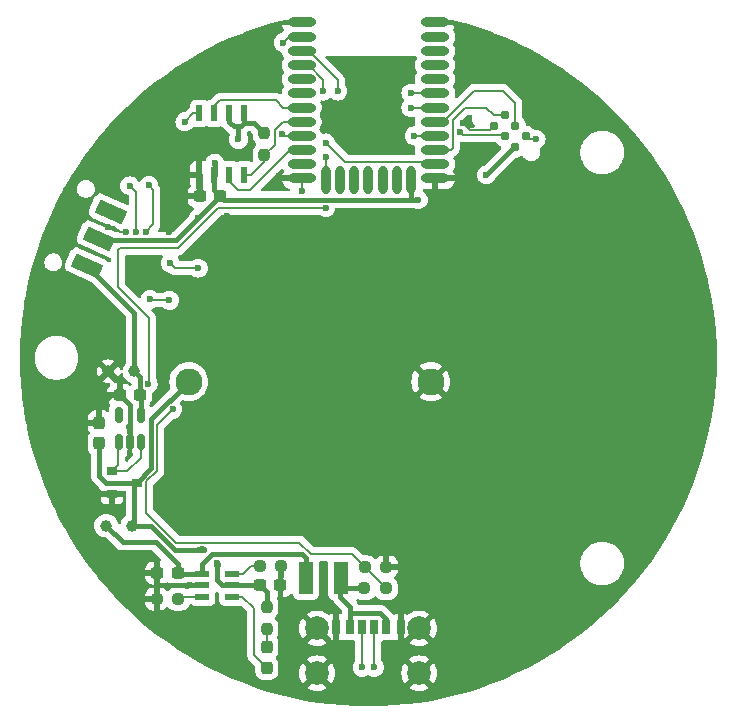
<source format=gbl>
%TF.GenerationSoftware,KiCad,Pcbnew,8.0.0*%
%TF.CreationDate,2024-03-28T16:54:28+01:00*%
%TF.ProjectId,BAT2024,42415432-3032-4342-9e6b-696361645f70,1.0*%
%TF.SameCoordinates,Original*%
%TF.FileFunction,Copper,L2,Bot*%
%TF.FilePolarity,Positive*%
%FSLAX46Y46*%
G04 Gerber Fmt 4.6, Leading zero omitted, Abs format (unit mm)*
G04 Created by KiCad (PCBNEW 8.0.0) date 2024-03-28 16:54:28*
%MOMM*%
%LPD*%
G01*
G04 APERTURE LIST*
G04 Aperture macros list*
%AMRoundRect*
0 Rectangle with rounded corners*
0 $1 Rounding radius*
0 $2 $3 $4 $5 $6 $7 $8 $9 X,Y pos of 4 corners*
0 Add a 4 corners polygon primitive as box body*
4,1,4,$2,$3,$4,$5,$6,$7,$8,$9,$2,$3,0*
0 Add four circle primitives for the rounded corners*
1,1,$1+$1,$2,$3*
1,1,$1+$1,$4,$5*
1,1,$1+$1,$6,$7*
1,1,$1+$1,$8,$9*
0 Add four rect primitives between the rounded corners*
20,1,$1+$1,$2,$3,$4,$5,0*
20,1,$1+$1,$4,$5,$6,$7,0*
20,1,$1+$1,$6,$7,$8,$9,0*
20,1,$1+$1,$8,$9,$2,$3,0*%
%AMRotRect*
0 Rectangle, with rotation*
0 The origin of the aperture is its center*
0 $1 length*
0 $2 width*
0 $3 Rotation angle, in degrees counterclockwise*
0 Add horizontal line*
21,1,$1,$2,0,0,$3*%
G04 Aperture macros list end*
%TA.AperFunction,ConnectorPad*%
%ADD10C,0.787400*%
%TD*%
%TA.AperFunction,SMDPad,CuDef*%
%ADD11R,0.900000X0.800000*%
%TD*%
%TA.AperFunction,SMDPad,CuDef*%
%ADD12C,1.000000*%
%TD*%
%TA.AperFunction,SMDPad,CuDef*%
%ADD13RoundRect,0.237500X0.250000X0.237500X-0.250000X0.237500X-0.250000X-0.237500X0.250000X-0.237500X0*%
%TD*%
%TA.AperFunction,ComponentPad*%
%ADD14C,2.010000*%
%TD*%
%TA.AperFunction,SMDPad,CuDef*%
%ADD15R,0.800000X1.200000*%
%TD*%
%TA.AperFunction,SMDPad,CuDef*%
%ADD16R,0.760000X1.200000*%
%TD*%
%TA.AperFunction,SMDPad,CuDef*%
%ADD17R,0.700000X1.200000*%
%TD*%
%TA.AperFunction,SMDPad,CuDef*%
%ADD18RoundRect,0.150000X0.150000X-0.512500X0.150000X0.512500X-0.150000X0.512500X-0.150000X-0.512500X0*%
%TD*%
%TA.AperFunction,SMDPad,CuDef*%
%ADD19RoundRect,0.237500X0.300000X0.237500X-0.300000X0.237500X-0.300000X-0.237500X0.300000X-0.237500X0*%
%TD*%
%TA.AperFunction,SMDPad,CuDef*%
%ADD20RoundRect,0.237500X0.237500X-0.300000X0.237500X0.300000X-0.237500X0.300000X-0.237500X-0.300000X0*%
%TD*%
%TA.AperFunction,SMDPad,CuDef*%
%ADD21RoundRect,0.237500X0.237500X-0.287500X0.237500X0.287500X-0.237500X0.287500X-0.237500X-0.287500X0*%
%TD*%
%TA.AperFunction,ComponentPad*%
%ADD22C,2.280000*%
%TD*%
%TA.AperFunction,SMDPad,CuDef*%
%ADD23RoundRect,0.237500X-0.250000X-0.237500X0.250000X-0.237500X0.250000X0.237500X-0.250000X0.237500X0*%
%TD*%
%TA.AperFunction,SMDPad,CuDef*%
%ADD24O,2.400000X0.800000*%
%TD*%
%TA.AperFunction,SMDPad,CuDef*%
%ADD25O,0.800000X2.400000*%
%TD*%
%TA.AperFunction,SMDPad,CuDef*%
%ADD26RoundRect,0.237500X-0.300000X-0.237500X0.300000X-0.237500X0.300000X0.237500X-0.300000X0.237500X0*%
%TD*%
%TA.AperFunction,SMDPad,CuDef*%
%ADD27RoundRect,0.237500X-0.237500X0.250000X-0.237500X-0.250000X0.237500X-0.250000X0.237500X0.250000X0*%
%TD*%
%TA.AperFunction,SMDPad,CuDef*%
%ADD28RoundRect,0.040600X0.564400X0.249400X-0.564400X0.249400X-0.564400X-0.249400X0.564400X-0.249400X0*%
%TD*%
%TA.AperFunction,SMDPad,CuDef*%
%ADD29RotRect,1.200000X2.500000X66.000000*%
%TD*%
%TA.AperFunction,SMDPad,CuDef*%
%ADD30RoundRect,0.237500X0.237500X-0.250000X0.237500X0.250000X-0.237500X0.250000X-0.237500X-0.250000X0*%
%TD*%
%TA.AperFunction,SMDPad,CuDef*%
%ADD31R,0.600000X1.325000*%
%TD*%
%TA.AperFunction,SMDPad,CuDef*%
%ADD32R,1.180000X2.810000*%
%TD*%
%TA.AperFunction,ViaPad*%
%ADD33C,0.600000*%
%TD*%
%TA.AperFunction,Conductor*%
%ADD34C,0.200000*%
%TD*%
%TA.AperFunction,Conductor*%
%ADD35C,0.400000*%
%TD*%
G04 APERTURE END LIST*
D10*
%TO.P,J2,1,VCC*%
%TO.N,+3.3V*%
X126677013Y-39475038D03*
%TO.P,J2,2,SWDIO*%
%TO.N,/SWDIO*%
X127575038Y-38577013D03*
%TO.P,J2,3,~{RESET}*%
%TO.N,/RESET*%
X125778987Y-38577013D03*
%TO.P,J2,4,SWCLK*%
%TO.N,/SWCLK*%
X126677013Y-37678987D03*
%TO.P,J2,5,GND*%
%TO.N,GND*%
X124880962Y-37678987D03*
%TO.P,J2,6,SWO*%
%TO.N,/SWO*%
X125778987Y-36780962D03*
%TD*%
D11*
%TO.P,Q1,3*%
%TO.N,+BATT*%
X94628000Y-67878000D03*
%TO.P,Q1,2*%
%TO.N,Net-(U1-EN)*%
X92528000Y-66928000D03*
%TO.P,Q1,1*%
%TO.N,GND*%
X92528000Y-68828000D03*
%TD*%
D12*
%TO.P,TP4,1,1*%
%TO.N,GND*%
X92228000Y-58465500D03*
%TD*%
%TO.P,TP3,1,1*%
%TO.N,+3.3*%
X94428000Y-58465500D03*
%TD*%
%TO.P,TP2,1,1*%
%TO.N,+BATT*%
X94228000Y-71528000D03*
%TD*%
%TO.P,TP1,1,1*%
%TO.N,VCC*%
X92028000Y-71528000D03*
%TD*%
D13*
%TO.P,R2,1*%
%TO.N,GND*%
X115740500Y-75028000D03*
%TO.P,R2,2*%
%TO.N,/Charge*%
X113915500Y-75028000D03*
%TD*%
%TO.P,R1,1*%
%TO.N,/Charge*%
X115728000Y-76828000D03*
%TO.P,R1,2*%
%TO.N,Fuse*%
X113903000Y-76828000D03*
%TD*%
D14*
%TO.P,J1,MH4,MH4*%
%TO.N,GND*%
X118528000Y-80228000D03*
%TO.P,J1,MH3,MH3*%
X118528000Y-84028000D03*
%TO.P,J1,MH2,MH2*%
X109888000Y-84028000D03*
%TO.P,J1,MH1,MH1*%
X109888000Y-80228000D03*
D15*
%TO.P,J1,B12,GND_2*%
X116958000Y-80148000D03*
D16*
%TO.P,J1,B9,VBUS_2*%
%TO.N,Fuse*%
X115728000Y-80148000D03*
D17*
%TO.P,J1,B5,CC2*%
%TO.N,Net-(J1-CC2)*%
X113708000Y-80148000D03*
D15*
%TO.P,J1,A12,GND_1*%
%TO.N,GND*%
X111458000Y-80148000D03*
D16*
%TO.P,J1,A9,VBUS_1*%
%TO.N,Fuse*%
X112688000Y-80148000D03*
D17*
%TO.P,J1,A5,CC1*%
%TO.N,Net-(J1-CC1)*%
X114708000Y-80148000D03*
%TD*%
D18*
%TO.P,U1,5,VOUT*%
%TO.N,+3.3*%
X94978000Y-62190500D03*
%TO.P,U1,4,NC*%
%TO.N,unconnected-(U1-NC-Pad4)*%
X93078000Y-62190500D03*
%TO.P,U1,3,EN*%
%TO.N,Net-(U1-EN)*%
X93078000Y-64465500D03*
%TO.P,U1,2,GND*%
%TO.N,GND*%
X94028000Y-64465500D03*
%TO.P,U1,1,VIN*%
%TO.N,Net-(U1-EN)*%
X94978000Y-64465500D03*
%TD*%
D19*
%TO.P,C8,2*%
%TO.N,GND*%
X93165500Y-60465500D03*
%TO.P,C8,1*%
%TO.N,+3.3*%
X94890500Y-60465500D03*
%TD*%
%TO.P,C10,1*%
%TO.N,+3.3V*%
X101690500Y-43628000D03*
%TO.P,C10,2*%
%TO.N,GND*%
X99965500Y-43628000D03*
%TD*%
D20*
%TO.P,C7,2*%
%TO.N,GND*%
X91428000Y-62803000D03*
%TO.P,C7,1*%
%TO.N,+BATT*%
X91428000Y-64528000D03*
%TD*%
D21*
%TO.P,D1,1,K*%
%TO.N,Net-(D1-K)*%
X105628000Y-83558000D03*
%TO.P,D1,2,A*%
%TO.N,Net-(D1-A)*%
X105628000Y-81808000D03*
%TD*%
D22*
%TO.P,H1,1,-*%
%TO.N,GND*%
X119518000Y-59328000D03*
%TO.P,H1,2,+*%
%TO.N,+BATT*%
X99028000Y-59328000D03*
%TD*%
D23*
%TO.P,R6,1*%
%TO.N,Net-(U2-TS)*%
X105015500Y-74978000D03*
%TO.P,R6,2*%
%TO.N,GND*%
X106840500Y-74978000D03*
%TD*%
D24*
%TO.P,IC1,1,GND_1*%
%TO.N,GND*%
X119878000Y-28928000D03*
%TO.P,IC1,2,PB04*%
%TO.N,/I2S_SCK*%
X119878000Y-30128000D03*
%TO.P,IC1,3,PB03*%
%TO.N,/I2S_SD*%
X119878000Y-31328000D03*
%TO.P,IC1,4,PB02*%
%TO.N,/I2S_WS*%
X119878000Y-32528000D03*
%TO.P,IC1,5,PB01*%
%TO.N,/PDM_DATA1*%
X119878000Y-33728000D03*
%TO.P,IC1,6,PB00*%
%TO.N,/PDM_DATA0*%
X119878000Y-34928000D03*
%TO.P,IC1,7,PA00*%
%TO.N,/PDM_CLK*%
X119878000Y-36128000D03*
%TO.P,IC1,8,PA01*%
%TO.N,/SWCLK*%
X119878000Y-37328000D03*
%TO.P,IC1,9,PA02*%
%TO.N,/SWDIO*%
X119878000Y-38528000D03*
%TO.P,IC1,10,PA03*%
%TO.N,/SWO*%
X119878000Y-39728000D03*
%TO.P,IC1,11,PA04*%
%TO.N,/DRV_EN*%
X119878000Y-40928000D03*
%TO.P,IC1,12,GND_2*%
%TO.N,GND*%
X119878000Y-42128000D03*
D25*
%TO.P,IC1,13,VDD*%
%TO.N,+3.3V*%
X117828000Y-42228000D03*
%TO.P,IC1,14,PA05*%
%TO.N,unconnected-(IC1-PA05-Pad14)*%
X116628000Y-42228000D03*
%TO.P,IC1,15,PA06*%
%TO.N,unconnected-(IC1-PA06-Pad15)*%
X115428000Y-42228000D03*
%TO.P,IC1,16,PA07*%
%TO.N,unconnected-(IC1-PA07-Pad16)*%
X114228000Y-42228000D03*
%TO.P,IC1,17,PA08*%
%TO.N,unconnected-(IC1-PA08-Pad17)*%
X113028000Y-42228000D03*
%TO.P,IC1,18,PD03*%
%TO.N,unconnected-(IC1-PD03-Pad18)*%
X111828000Y-42228000D03*
%TO.P,IC1,19,PD02*%
%TO.N,/Charge*%
X110628000Y-42228000D03*
D24*
%TO.P,IC1,20,GND_3*%
%TO.N,GND*%
X108578000Y-42128000D03*
%TO.P,IC1,21,NC*%
%TO.N,unconnected-(IC1-NC-Pad21)*%
X108578000Y-40928000D03*
%TO.P,IC1,22,PC00*%
%TO.N,/SPI_MISO*%
X108578000Y-39728000D03*
%TO.P,IC1,23,PC01*%
%TO.N,/SPI_MOSI*%
X108578000Y-38528000D03*
%TO.P,IC1,24,PC02*%
%TO.N,/SPI_CS*%
X108578000Y-37328000D03*
%TO.P,IC1,25,PC03*%
%TO.N,/SPI_SCK*%
X108578000Y-36128000D03*
%TO.P,IC1,26,PC04*%
%TO.N,/PTI_DATA*%
X108578000Y-34928000D03*
%TO.P,IC1,27,PC05*%
%TO.N,/PTI_FRAME*%
X108578000Y-33728000D03*
%TO.P,IC1,28,PC06*%
%TO.N,/I2C_SDA*%
X108578000Y-32528000D03*
%TO.P,IC1,29,PC07*%
%TO.N,/I2C_SCL*%
X108578000Y-31328000D03*
%TO.P,IC1,30,RESETN*%
%TO.N,/RESET*%
X108578000Y-30128000D03*
%TO.P,IC1,31,GND_4*%
%TO.N,GND*%
X108578000Y-28928000D03*
%TD*%
D13*
%TO.P,R7,1*%
%TO.N,Net-(U2-ISET)*%
X98133000Y-77740500D03*
%TO.P,R7,2*%
%TO.N,GND*%
X96308000Y-77740500D03*
%TD*%
D26*
%TO.P,C6,1*%
%TO.N,+BATT*%
X105065500Y-76590500D03*
%TO.P,C6,2*%
%TO.N,GND*%
X106790500Y-76590500D03*
%TD*%
D27*
%TO.P,R9,1*%
%TO.N,+3.3V*%
X105428000Y-38315500D03*
%TO.P,R9,2*%
%TO.N,/SPI_CS*%
X105428000Y-40140500D03*
%TD*%
D28*
%TO.P,U2,1,TS*%
%TO.N,Net-(U2-TS)*%
X102683000Y-75628000D03*
%TO.P,U2,2,OUT*%
%TO.N,+BATT*%
X102683000Y-76578000D03*
%TO.P,U2,3,~{CHG}*%
%TO.N,Net-(D1-K)*%
X102683000Y-77528000D03*
%TO.P,U2,4,ISET*%
%TO.N,Net-(U2-ISET)*%
X100173000Y-77528000D03*
%TO.P,U2,5,GND*%
%TO.N,GND*%
X100173000Y-76578000D03*
%TO.P,U2,6,VIN*%
%TO.N,VCC*%
X100173000Y-75628000D03*
%TD*%
D29*
%TO.P,S1,1*%
%TO.N,+3.3*%
X90423407Y-49530389D03*
%TO.P,S1,2*%
%TO.N,+3.3V*%
X91440250Y-47246526D03*
%TO.P,S1,3*%
%TO.N,unconnected-(S1-Pad3)*%
X92457092Y-44962662D03*
%TD*%
D30*
%TO.P,R5,1*%
%TO.N,Net-(D1-A)*%
X105628000Y-80240500D03*
%TO.P,R5,2*%
%TO.N,+BATT*%
X105628000Y-78415500D03*
%TD*%
D31*
%TO.P,IC2,1,~{S}_/_CS*%
%TO.N,/SPI_CS*%
X103733000Y-41840000D03*
%TO.P,IC2,2,Q-DQ1*%
%TO.N,/SPI_MISO*%
X102463000Y-41840000D03*
%TO.P,IC2,3,~{W-DQ2}*%
%TO.N,+3.3V*%
X101193000Y-41840000D03*
%TO.P,IC2,4,VSS*%
%TO.N,GND*%
X99923000Y-41840000D03*
%TO.P,IC2,5,D-DQ0*%
%TO.N,/SPI_MOSI*%
X99923000Y-36616000D03*
%TO.P,IC2,6,C*%
%TO.N,/SPI_SCK*%
X101193000Y-36616000D03*
%TO.P,IC2,7,~{HOLD-DQ3}*%
%TO.N,+3.3V*%
X102463000Y-36616000D03*
%TO.P,IC2,8,VCC*%
X103733000Y-36616000D03*
%TD*%
D32*
%TO.P,F1,1*%
%TO.N,Fuse*%
X111913000Y-75928000D03*
%TO.P,F1,2*%
%TO.N,VCC*%
X108943000Y-75928000D03*
%TD*%
D19*
%TO.P,C5,1*%
%TO.N,VCC*%
X98083000Y-75540500D03*
%TO.P,C5,2*%
%TO.N,GND*%
X96358000Y-75540500D03*
%TD*%
D33*
%TO.N,GND*%
X100228000Y-79328000D03*
X92228000Y-75328000D03*
X122228000Y-83328000D03*
X120228000Y-79328000D03*
X128228000Y-79328000D03*
X86228000Y-51328000D03*
X88228000Y-63328000D03*
X138228000Y-43328000D03*
X142228000Y-51328000D03*
X140228000Y-55328000D03*
X140228000Y-63328000D03*
X118228000Y-75328000D03*
X122228000Y-75328000D03*
X126228000Y-75328000D03*
X132228000Y-71328000D03*
X128228000Y-71328000D03*
X124228000Y-71328000D03*
X126228000Y-43328000D03*
X114228000Y-47328000D03*
X110228000Y-47328000D03*
X106228000Y-47328000D03*
X104228000Y-51328000D03*
X112228000Y-51328000D03*
X108228000Y-51328000D03*
X106228000Y-55328000D03*
X110228000Y-55328000D03*
X118228000Y-51328000D03*
X98228000Y-67328000D03*
X100228000Y-63328000D03*
X104228000Y-63328000D03*
X108228000Y-63328000D03*
X112228000Y-63328000D03*
X116228000Y-63328000D03*
X120228000Y-63328000D03*
X124228000Y-63328000D03*
X128228000Y-63328000D03*
X132228000Y-63328000D03*
X134228000Y-67328000D03*
X112228000Y-39328000D03*
X114228000Y-39328000D03*
X132228000Y-35328000D03*
X98228000Y-33328000D03*
X94228000Y-37328000D03*
X102228000Y-45328000D03*
X104228000Y-59328000D03*
X92228000Y-46228000D03*
X93728000Y-46669000D03*
%TO.N,/RESET*%
X107028000Y-30628000D03*
%TO.N,/Charge*%
X110628000Y-40328000D03*
X95590500Y-59528000D03*
X97666113Y-61679838D03*
X110628000Y-44628000D03*
%TO.N,GND*%
X122228000Y-37428000D03*
%TO.N,/RESET*%
X122008222Y-38197222D03*
%TO.N,/SWDIO*%
X128428000Y-38828000D03*
X118128000Y-38528000D03*
%TO.N,Net-(J1-CC2)*%
X113708000Y-83528000D03*
%TO.N,Net-(J1-CC1)*%
X114728000Y-83528000D03*
%TO.N,GND*%
X87428000Y-65928000D03*
X97373000Y-46669000D03*
X130228000Y-51328000D03*
X136228000Y-47328000D03*
X140228000Y-49728000D03*
X114228000Y-85340500D03*
X126228000Y-59328000D03*
X112228000Y-37328000D03*
X92428000Y-53328000D03*
X142228000Y-59328000D03*
X132228000Y-55328000D03*
X132228000Y-47328000D03*
X112028000Y-59728000D03*
X124228000Y-55328000D03*
X137828000Y-70228000D03*
X98228000Y-41328000D03*
X128228000Y-47328000D03*
X122228000Y-59328000D03*
X127228000Y-33628000D03*
X134228000Y-51328000D03*
X128228000Y-55328000D03*
X134228000Y-59328000D03*
X136228000Y-55328000D03*
X126228000Y-51328000D03*
X121828000Y-29528000D03*
X124228000Y-47328000D03*
X100228000Y-71328000D03*
X130228000Y-59328000D03*
X89228000Y-44928000D03*
X120228000Y-55328000D03*
X122228000Y-51328000D03*
X114228000Y-37328000D03*
X130228000Y-43328000D03*
X106628000Y-41928000D03*
X100228000Y-53328000D03*
X106428000Y-29528000D03*
X120228000Y-47328000D03*
X108578000Y-43228000D03*
%TO.N,+3.3V*%
X99828000Y-45490500D03*
X103228000Y-38828000D03*
X101228000Y-40828000D03*
X124228000Y-41828000D03*
X118454000Y-43928000D03*
%TO.N,/C1-*%
X97386542Y-52455460D03*
X95728000Y-52376920D03*
%TO.N,+BATT*%
X100278000Y-73578000D03*
X101428000Y-74728000D03*
%TO.N,/PDM_CLK*%
X117828000Y-36128000D03*
%TO.N,/PDM_DATA0*%
X117828000Y-34928000D03*
%TO.N,/I2C_SDA*%
X110428000Y-34728000D03*
X95628000Y-42728000D03*
X95373000Y-46669000D03*
%TO.N,/SPI_MOSI*%
X98704000Y-37328000D03*
X106928000Y-38328000D03*
%TO.N,/DRV_EN*%
X97473000Y-49303000D03*
X99828000Y-49728000D03*
X110628000Y-39128000D03*
%TO.N,/I2C_SCL*%
X94028000Y-42753000D03*
X111628000Y-34728000D03*
X94572998Y-46667894D03*
%TD*%
D34*
%TO.N,Net-(J1-CC2)*%
X113708000Y-83528000D02*
X113708000Y-80148000D01*
%TO.N,Net-(J1-CC1)*%
X114728000Y-83528000D02*
X114728000Y-80168000D01*
X114728000Y-80168000D02*
X114708000Y-80148000D01*
%TO.N,/PDM_DATA0*%
X117828000Y-34928000D02*
X119878000Y-34928000D01*
%TO.N,/PDM_CLK*%
X117828000Y-36128000D02*
X119878000Y-36128000D01*
%TO.N,/RESET*%
X125629974Y-38428000D02*
X125778987Y-38577013D01*
X122239000Y-38428000D02*
X125629974Y-38428000D01*
X122008222Y-38197222D02*
X122239000Y-38428000D01*
%TO.N,/Charge*%
X112815500Y-73928000D02*
X113915500Y-75028000D01*
X109335106Y-73928000D02*
X112815500Y-73928000D01*
X108385106Y-72978000D02*
X109335106Y-73928000D01*
X95428000Y-70420894D02*
X97985106Y-72978000D01*
X97985106Y-72978000D02*
X108385106Y-72978000D01*
X95428000Y-67785106D02*
X95428000Y-70420894D01*
X96328000Y-66885107D02*
X95428000Y-67785106D01*
X96328000Y-63017951D02*
X96328000Y-66885107D01*
X97666113Y-61679838D02*
X96328000Y-63017951D01*
%TO.N,GND*%
X92728000Y-46228000D02*
X92228000Y-46228000D01*
X93169000Y-46669000D02*
X92728000Y-46228000D01*
X93728000Y-46669000D02*
X93169000Y-46669000D01*
%TO.N,/I2C_SCL*%
X94572998Y-43297998D02*
X94028000Y-42753000D01*
X94572998Y-46667894D02*
X94572998Y-43297998D01*
%TO.N,/RESET*%
X107028000Y-30628000D02*
X107528000Y-30128000D01*
X107528000Y-30128000D02*
X108578000Y-30128000D01*
%TO.N,GND*%
X122228000Y-37428000D02*
X122828000Y-38028000D01*
X122828000Y-38028000D02*
X124531949Y-38028000D01*
X124531949Y-38028000D02*
X124880962Y-37678987D01*
%TO.N,/SWO*%
X121228000Y-39728000D02*
X119878000Y-39728000D01*
X121378000Y-39578000D02*
X121228000Y-39728000D01*
X121378000Y-37178000D02*
X121378000Y-39578000D01*
X124880962Y-36780962D02*
X124228000Y-36128000D01*
X124228000Y-36128000D02*
X122428000Y-36128000D01*
X122428000Y-36128000D02*
X121378000Y-37178000D01*
X125778987Y-36780962D02*
X124880962Y-36780962D01*
%TO.N,/SWCLK*%
X120793685Y-37128000D02*
X119878000Y-37128000D01*
X123193685Y-34728000D02*
X120793685Y-37128000D01*
X125628000Y-34728000D02*
X123193685Y-34728000D01*
X126677013Y-35777013D02*
X125628000Y-34728000D01*
X126677013Y-37678987D02*
X126677013Y-35777013D01*
%TO.N,/DRV_EN*%
X112272975Y-40728000D02*
X119678000Y-40728000D01*
X110672975Y-39128000D02*
X112272975Y-40728000D01*
X119678000Y-40728000D02*
X119878000Y-40928000D01*
X110628000Y-39128000D02*
X110672975Y-39128000D01*
%TO.N,/Charge*%
X95628000Y-59490500D02*
X95590500Y-59528000D01*
X95628000Y-53928000D02*
X95628000Y-59490500D01*
X93028000Y-51328000D02*
X95628000Y-53928000D01*
X98139029Y-48028000D02*
X93228000Y-48028000D01*
X93228000Y-48028000D02*
X93028000Y-48228000D01*
X101539029Y-44628000D02*
X98139029Y-48028000D01*
X93028000Y-48228000D02*
X93028000Y-51328000D01*
X110628000Y-44628000D02*
X101539029Y-44628000D01*
X110628000Y-40328000D02*
X110628000Y-42228000D01*
X113928000Y-75028000D02*
X113915500Y-75028000D01*
X115728000Y-76828000D02*
X113928000Y-75028000D01*
%TO.N,GND*%
X115728000Y-75040500D02*
X115740500Y-75028000D01*
D35*
%TO.N,Fuse*%
X111928000Y-76828000D02*
X111728000Y-77028000D01*
X113903000Y-76828000D02*
X111928000Y-76828000D01*
D34*
%TO.N,/SWDIO*%
X128428000Y-38828000D02*
X127826025Y-38828000D01*
X127826025Y-38828000D02*
X127575038Y-38577013D01*
X119878000Y-38528000D02*
X118128000Y-38528000D01*
D35*
%TO.N,+3.3V*%
X126677013Y-39475038D02*
X126580962Y-39475038D01*
X126580962Y-39475038D02*
X124228000Y-41828000D01*
D34*
X124228000Y-41828000D02*
X124324051Y-41828000D01*
%TO.N,/I2C_SCL*%
X109167949Y-31328000D02*
X108578000Y-31328000D01*
X111628000Y-34728000D02*
X111628000Y-33788051D01*
X111628000Y-33788051D02*
X109167949Y-31328000D01*
%TO.N,/I2C_SDA*%
X110428000Y-33788051D02*
X109167949Y-32528000D01*
X110428000Y-34728000D02*
X110428000Y-33788051D01*
X109167949Y-32528000D02*
X108578000Y-32528000D01*
%TO.N,Net-(U1-EN)*%
X94978000Y-65778000D02*
X94978000Y-64465500D01*
X93828000Y-66928000D02*
X94978000Y-65778000D01*
X92528000Y-66928000D02*
X93828000Y-66928000D01*
X93028000Y-64515500D02*
X93078000Y-64465500D01*
X93028000Y-66428000D02*
X93028000Y-64515500D01*
X92528000Y-66928000D02*
X93028000Y-66428000D01*
D35*
%TO.N,+BATT*%
X95828000Y-62528000D02*
X95828000Y-66678000D01*
X95828000Y-66678000D02*
X94628000Y-67878000D01*
X94628000Y-67878000D02*
X91978000Y-67878000D01*
X91978000Y-67878000D02*
X91428000Y-67328000D01*
X91428000Y-67328000D02*
X91428000Y-64528000D01*
X94428000Y-68078000D02*
X94628000Y-67878000D01*
X94428000Y-71328000D02*
X94428000Y-68078000D01*
X94228000Y-71528000D02*
X94428000Y-71328000D01*
%TO.N,VCC*%
X96228000Y-72928000D02*
X98083000Y-74783000D01*
X92028000Y-71528000D02*
X93428000Y-72928000D01*
X93428000Y-72928000D02*
X96228000Y-72928000D01*
X98083000Y-74783000D02*
X98083000Y-75540500D01*
%TO.N,+BATT*%
X97878000Y-73578000D02*
X95828000Y-71528000D01*
X95828000Y-71528000D02*
X94228000Y-71528000D01*
X100278000Y-73578000D02*
X97878000Y-73578000D01*
%TO.N,+3.3*%
X94428000Y-53534982D02*
X90423407Y-49530389D01*
X94428000Y-58465500D02*
X94428000Y-53534982D01*
%TO.N,GND*%
X93165500Y-59403000D02*
X92228000Y-58465500D01*
X93165500Y-60465500D02*
X93165500Y-59403000D01*
%TO.N,Fuse*%
X115238000Y-78928000D02*
X112688000Y-78928000D01*
X115728000Y-80148000D02*
X115728000Y-79418000D01*
X112688000Y-78928000D02*
X112688000Y-78388000D01*
X112688000Y-80148000D02*
X112688000Y-78928000D01*
X115728000Y-79418000D02*
X115238000Y-78928000D01*
X111828000Y-76013000D02*
X111913000Y-75928000D01*
X111828000Y-77528000D02*
X111828000Y-76013000D01*
X112688000Y-78388000D02*
X111828000Y-77528000D01*
D34*
%TO.N,GND*%
X106828000Y-42128000D02*
X106628000Y-41928000D01*
X108578000Y-42128000D02*
X106828000Y-42128000D01*
D35*
X93165500Y-60465500D02*
X92428000Y-60465500D01*
X99965500Y-41882500D02*
X99923000Y-41840000D01*
X99965500Y-43628000D02*
X99965500Y-41882500D01*
D34*
X107028000Y-28928000D02*
X108578000Y-28928000D01*
D35*
X92428000Y-60465500D02*
X91428000Y-61465500D01*
X96308000Y-77528000D02*
X96308000Y-76740500D01*
D34*
X121828000Y-29428000D02*
X121828000Y-29528000D01*
D35*
X91428000Y-61465500D02*
X91428000Y-62803000D01*
X96308000Y-75678000D02*
X96358000Y-75628000D01*
X106790500Y-76590500D02*
X106790500Y-75028000D01*
X96308000Y-76740500D02*
X96308000Y-75678000D01*
X106790500Y-75028000D02*
X106840500Y-74978000D01*
D34*
X124880961Y-37678987D02*
X124877013Y-37678987D01*
D35*
X94028000Y-64465500D02*
X94028000Y-61328000D01*
X94028000Y-61328000D02*
X93165500Y-60465500D01*
D34*
X121828000Y-29528000D02*
X121228000Y-28928000D01*
D35*
X96308000Y-76578000D02*
X100173000Y-76578000D01*
D34*
X106428000Y-29528000D02*
X107028000Y-28928000D01*
X108578000Y-43228000D02*
X108578000Y-42128000D01*
X121228000Y-28928000D02*
X119878000Y-28928000D01*
D35*
%TO.N,+3.3V*%
X117828000Y-42228000D02*
X117828000Y-43928000D01*
X101690500Y-43628000D02*
X101193000Y-43130500D01*
X104535500Y-37423000D02*
X103733000Y-37423000D01*
X99828000Y-45490500D02*
X97949500Y-47369000D01*
X103428000Y-37728000D02*
X103228000Y-37728000D01*
X97949500Y-47369000D02*
X91562726Y-47369000D01*
X103733000Y-37423000D02*
X103428000Y-37728000D01*
X101193000Y-43130500D02*
X101193000Y-41840000D01*
X102828000Y-37728000D02*
X102463000Y-37363000D01*
X105428000Y-38315500D02*
X104535500Y-37423000D01*
X101228000Y-41805000D02*
X101193000Y-41840000D01*
X101990500Y-43928000D02*
X101690500Y-43628000D01*
X99828000Y-45490500D02*
X101690500Y-43628000D01*
X103733000Y-36616000D02*
X103733000Y-37423000D01*
X103228000Y-38828000D02*
X103228000Y-37728000D01*
X101228000Y-40828000D02*
X101228000Y-41805000D01*
X102463000Y-37363000D02*
X102463000Y-36616000D01*
X117428000Y-43928000D02*
X101990500Y-43928000D01*
X118454000Y-43928000D02*
X117428000Y-43928000D01*
X103228000Y-37728000D02*
X102828000Y-37728000D01*
X91562726Y-47369000D02*
X91440251Y-47246525D01*
D34*
%TO.N,/C1-*%
X95728000Y-52376920D02*
X95806540Y-52455460D01*
X95806540Y-52455460D02*
X97386542Y-52455460D01*
D35*
%TO.N,VCC*%
X108943000Y-74243000D02*
X108943000Y-75928000D01*
X108628000Y-73928000D02*
X108943000Y-74243000D01*
X100173000Y-74783000D02*
X101028000Y-73928000D01*
X98170500Y-75628000D02*
X98083000Y-75540500D01*
X100173000Y-75628000D02*
X100173000Y-74783000D01*
X101028000Y-73928000D02*
X108628000Y-73928000D01*
X100173000Y-75628000D02*
X98170500Y-75628000D01*
X98083000Y-75540500D02*
X97978000Y-75540500D01*
%TO.N,+BATT*%
X105628000Y-78415500D02*
X105628000Y-77153000D01*
X102633000Y-76528000D02*
X102683000Y-76578000D01*
X105065500Y-76590500D02*
X102695500Y-76590500D01*
X101428000Y-74728000D02*
X101428000Y-76128000D01*
X91490500Y-64465500D02*
X91428000Y-64528000D01*
X102695500Y-76590500D02*
X102683000Y-76578000D01*
X101828000Y-76528000D02*
X102633000Y-76528000D01*
X105628000Y-77153000D02*
X105065500Y-76590500D01*
X101428000Y-76128000D02*
X101828000Y-76528000D01*
X99028000Y-59328000D02*
X95828000Y-62528000D01*
D34*
%TO.N,Net-(D1-K)*%
X104578000Y-78540500D02*
X103565500Y-77528000D01*
X104578000Y-82508000D02*
X104578000Y-78540500D01*
X103565500Y-77528000D02*
X102683000Y-77528000D01*
X105628000Y-83558000D02*
X104578000Y-82508000D01*
%TO.N,Net-(D1-A)*%
X105628000Y-80240500D02*
X105628000Y-81808000D01*
%TO.N,/SPI_MISO*%
X102463000Y-42363000D02*
X102463000Y-41840000D01*
X108578000Y-39728000D02*
X107578000Y-39728000D01*
X107578000Y-39728000D02*
X104178000Y-43128000D01*
X104178000Y-43128000D02*
X103228000Y-43128000D01*
X103228000Y-43128000D02*
X102463000Y-42363000D01*
%TO.N,/SWDIO*%
X127726026Y-38728000D02*
X127575039Y-38577013D01*
%TO.N,/SPI_CS*%
X108578000Y-37328000D02*
X107028000Y-37328000D01*
X105428000Y-40140500D02*
X105428000Y-40728000D01*
X107028000Y-37328000D02*
X106303000Y-38053000D01*
X105428000Y-40728000D02*
X104316000Y-41840000D01*
X104316000Y-41840000D02*
X103733000Y-41840000D01*
X106303000Y-38053000D02*
X106303000Y-39265500D01*
X106303000Y-39265500D02*
X105428000Y-40140500D01*
%TO.N,/I2C_SDA*%
X96028000Y-46014000D02*
X95373000Y-46669000D01*
X96028000Y-43128000D02*
X96028000Y-46014000D01*
X95628000Y-42728000D02*
X96028000Y-43128000D01*
%TO.N,/SPI_MOSI*%
X107128000Y-38528000D02*
X106928000Y-38328000D01*
X99923000Y-36616000D02*
X99416000Y-36616000D01*
X98704000Y-37328000D02*
X99416000Y-36616000D01*
X108578000Y-38528000D02*
X107128000Y-38528000D01*
%TO.N,/DRV_EN*%
X97898000Y-49728000D02*
X97473000Y-49303000D01*
X99828000Y-49728000D02*
X97898000Y-49728000D01*
%TO.N,/SPI_SCK*%
X101628000Y-35528000D02*
X101193000Y-35963000D01*
X108578000Y-36128000D02*
X107028000Y-36128000D01*
X101193000Y-35963000D02*
X101193000Y-36616000D01*
X106428000Y-35528000D02*
X101628000Y-35528000D01*
X107028000Y-36128000D02*
X106428000Y-35528000D01*
%TO.N,Net-(U2-TS)*%
X104278000Y-74978000D02*
X103628000Y-75628000D01*
X103628000Y-75628000D02*
X102683000Y-75628000D01*
X105015500Y-74978000D02*
X104278000Y-74978000D01*
%TO.N,Net-(U2-ISET)*%
X100173000Y-77528000D02*
X98345500Y-77528000D01*
X98345500Y-77528000D02*
X98133000Y-77740500D01*
D35*
%TO.N,+3.3*%
X94890500Y-58928000D02*
X94428000Y-58465500D01*
X94978000Y-60553000D02*
X94890500Y-60465500D01*
X94978000Y-62190500D02*
X94978000Y-60553000D01*
X94890500Y-60465500D02*
X94890500Y-58928000D01*
%TD*%
%TA.AperFunction,Conductor*%
%TO.N,GND*%
G36*
X108771039Y-28697685D02*
G01*
X108816794Y-28750489D01*
X108828000Y-28802000D01*
X108828000Y-29054000D01*
X108808315Y-29121039D01*
X108755511Y-29166794D01*
X108704000Y-29178000D01*
X106910096Y-29178000D01*
X106912584Y-29190516D01*
X106912587Y-29190523D01*
X106980428Y-29354306D01*
X106980433Y-29354316D01*
X107050153Y-29458659D01*
X107071031Y-29525337D01*
X107052546Y-29592717D01*
X107050154Y-29596440D01*
X106979985Y-29701456D01*
X106953062Y-29766454D01*
X106909220Y-29820858D01*
X106855531Y-29841038D01*
X106855541Y-29841080D01*
X106855239Y-29841148D01*
X106852387Y-29842221D01*
X106848750Y-29842630D01*
X106678478Y-29902210D01*
X106525737Y-29998184D01*
X106398184Y-30125737D01*
X106302211Y-30278476D01*
X106242631Y-30448745D01*
X106242630Y-30448750D01*
X106222435Y-30627996D01*
X106222435Y-30628003D01*
X106242630Y-30807249D01*
X106242631Y-30807254D01*
X106302211Y-30977523D01*
X106398184Y-31130262D01*
X106525738Y-31257816D01*
X106678478Y-31353789D01*
X106812093Y-31400543D01*
X106868870Y-31441265D01*
X106892756Y-31493393D01*
X106912104Y-31590659D01*
X106912106Y-31590667D01*
X106979983Y-31754540D01*
X106979990Y-31754553D01*
X107049853Y-31859109D01*
X107070731Y-31925786D01*
X107052247Y-31993166D01*
X107049853Y-31996891D01*
X106979990Y-32101446D01*
X106979983Y-32101459D01*
X106912106Y-32265332D01*
X106912103Y-32265341D01*
X106877500Y-32439304D01*
X106877500Y-32616695D01*
X106912103Y-32790658D01*
X106912106Y-32790667D01*
X106979983Y-32954540D01*
X106979990Y-32954553D01*
X107049853Y-33059109D01*
X107070731Y-33125786D01*
X107052247Y-33193166D01*
X107049853Y-33196891D01*
X106979990Y-33301446D01*
X106979983Y-33301459D01*
X106912106Y-33465332D01*
X106912103Y-33465341D01*
X106877500Y-33639304D01*
X106877500Y-33816695D01*
X106912103Y-33990658D01*
X106912106Y-33990667D01*
X106979983Y-34154540D01*
X106979990Y-34154553D01*
X107049853Y-34259109D01*
X107070731Y-34325786D01*
X107052247Y-34393166D01*
X107049853Y-34396891D01*
X106979990Y-34501446D01*
X106979983Y-34501459D01*
X106912106Y-34665332D01*
X106912103Y-34665341D01*
X106877500Y-34839304D01*
X106877500Y-34879347D01*
X106857815Y-34946386D01*
X106805011Y-34992141D01*
X106735853Y-35002085D01*
X106691500Y-34986734D01*
X106659785Y-34968423D01*
X106507057Y-34927499D01*
X106348943Y-34927499D01*
X106341347Y-34927499D01*
X106341331Y-34927500D01*
X101714669Y-34927500D01*
X101714653Y-34927499D01*
X101707057Y-34927499D01*
X101548943Y-34927499D01*
X101441587Y-34956265D01*
X101396210Y-34968424D01*
X101396209Y-34968425D01*
X101346096Y-34997359D01*
X101346095Y-34997360D01*
X101312609Y-35016693D01*
X101259285Y-35047479D01*
X101259282Y-35047481D01*
X101147478Y-35159286D01*
X100885736Y-35421027D01*
X100824413Y-35454512D01*
X100811310Y-35456636D01*
X100785516Y-35459409D01*
X100650671Y-35509702D01*
X100650665Y-35509705D01*
X100632309Y-35523447D01*
X100566844Y-35547863D01*
X100498571Y-35533010D01*
X100483691Y-35523447D01*
X100465334Y-35509705D01*
X100465328Y-35509702D01*
X100330486Y-35459410D01*
X100330485Y-35459409D01*
X100330483Y-35459409D01*
X100270873Y-35453000D01*
X100270863Y-35453000D01*
X99575129Y-35453000D01*
X99575123Y-35453001D01*
X99515516Y-35459408D01*
X99380671Y-35509702D01*
X99380664Y-35509706D01*
X99265455Y-35595952D01*
X99265452Y-35595955D01*
X99179206Y-35711164D01*
X99179202Y-35711171D01*
X99128908Y-35846017D01*
X99122501Y-35905616D01*
X99122500Y-35905635D01*
X99122500Y-36020462D01*
X99102815Y-36087501D01*
X99060503Y-36127847D01*
X99047290Y-36135475D01*
X99047281Y-36135482D01*
X98935478Y-36247286D01*
X98685465Y-36497298D01*
X98624142Y-36530783D01*
X98611668Y-36532837D01*
X98524750Y-36542630D01*
X98354478Y-36602210D01*
X98201737Y-36698184D01*
X98074184Y-36825737D01*
X97978211Y-36978476D01*
X97918631Y-37148745D01*
X97918630Y-37148750D01*
X97898435Y-37327996D01*
X97898435Y-37328003D01*
X97918630Y-37507249D01*
X97918631Y-37507254D01*
X97978211Y-37677523D01*
X98041973Y-37778999D01*
X98074184Y-37830262D01*
X98201738Y-37957816D01*
X98253425Y-37990293D01*
X98336721Y-38042632D01*
X98354478Y-38053789D01*
X98490691Y-38101452D01*
X98524745Y-38113368D01*
X98524750Y-38113369D01*
X98703996Y-38133565D01*
X98704000Y-38133565D01*
X98704004Y-38133565D01*
X98883249Y-38113369D01*
X98883252Y-38113368D01*
X98883255Y-38113368D01*
X99053522Y-38053789D01*
X99206262Y-37957816D01*
X99333816Y-37830262D01*
X99343949Y-37814135D01*
X99396279Y-37767844D01*
X99465332Y-37757193D01*
X99492277Y-37763923D01*
X99515517Y-37772591D01*
X99575127Y-37779000D01*
X100270872Y-37778999D01*
X100330483Y-37772591D01*
X100330488Y-37772589D01*
X100465329Y-37722297D01*
X100465329Y-37722296D01*
X100465331Y-37722296D01*
X100483688Y-37708553D01*
X100549150Y-37684135D01*
X100617424Y-37698985D01*
X100632308Y-37708550D01*
X100635966Y-37711289D01*
X100650669Y-37722296D01*
X100650670Y-37722297D01*
X100716459Y-37746834D01*
X100785517Y-37772591D01*
X100845127Y-37779000D01*
X101540872Y-37778999D01*
X101600483Y-37772591D01*
X101600488Y-37772589D01*
X101743641Y-37719197D01*
X101745054Y-37722988D01*
X101793901Y-37711554D01*
X101859742Y-37734937D01*
X101890106Y-37766471D01*
X101918885Y-37809543D01*
X102381454Y-38272112D01*
X102381457Y-38272114D01*
X102458430Y-38323545D01*
X102503236Y-38377157D01*
X102511943Y-38446482D01*
X102504005Y-38471729D01*
X102504510Y-38471906D01*
X102442633Y-38648737D01*
X102442630Y-38648750D01*
X102422435Y-38827996D01*
X102422435Y-38828003D01*
X102442630Y-39007249D01*
X102442631Y-39007254D01*
X102502211Y-39177523D01*
X102578340Y-39298681D01*
X102598184Y-39330262D01*
X102725738Y-39457816D01*
X102791185Y-39498939D01*
X102868841Y-39547734D01*
X102878478Y-39553789D01*
X103011670Y-39600395D01*
X103048745Y-39613368D01*
X103048750Y-39613369D01*
X103227996Y-39633565D01*
X103228000Y-39633565D01*
X103228004Y-39633565D01*
X103407249Y-39613369D01*
X103407252Y-39613368D01*
X103407255Y-39613368D01*
X103577522Y-39553789D01*
X103730262Y-39457816D01*
X103857816Y-39330262D01*
X103953789Y-39177522D01*
X104013368Y-39007255D01*
X104013369Y-39007249D01*
X104033565Y-38828003D01*
X104033565Y-38827996D01*
X104013369Y-38648750D01*
X104013366Y-38648737D01*
X103953790Y-38478479D01*
X103947506Y-38468478D01*
X103928500Y-38402507D01*
X103928500Y-38269519D01*
X103948185Y-38202480D01*
X103964819Y-38181838D01*
X103986838Y-38159819D01*
X104048161Y-38126334D01*
X104074519Y-38123500D01*
X104193981Y-38123500D01*
X104261020Y-38143185D01*
X104281662Y-38159819D01*
X104416181Y-38294338D01*
X104449666Y-38355661D01*
X104452500Y-38382018D01*
X104452500Y-38614668D01*
X104452501Y-38614687D01*
X104462825Y-38715752D01*
X104483611Y-38778478D01*
X104517092Y-38879516D01*
X104595881Y-39007254D01*
X104607661Y-39026351D01*
X104721629Y-39140319D01*
X104755114Y-39201642D01*
X104750130Y-39271334D01*
X104721629Y-39315681D01*
X104607661Y-39429648D01*
X104517093Y-39576481D01*
X104517091Y-39576486D01*
X104504870Y-39613368D01*
X104462826Y-39740247D01*
X104462826Y-39740248D01*
X104462825Y-39740248D01*
X104452500Y-39841315D01*
X104452500Y-40439669D01*
X104452501Y-40439687D01*
X104462825Y-40540752D01*
X104462827Y-40540759D01*
X104485430Y-40608971D01*
X104487831Y-40678799D01*
X104452099Y-40738841D01*
X104389579Y-40770033D01*
X104320119Y-40762472D01*
X104293411Y-40747239D01*
X104275332Y-40733704D01*
X104275328Y-40733702D01*
X104140486Y-40683410D01*
X104140485Y-40683409D01*
X104140483Y-40683409D01*
X104080873Y-40677000D01*
X104080863Y-40677000D01*
X103385129Y-40677000D01*
X103385123Y-40677001D01*
X103325516Y-40683408D01*
X103190671Y-40733702D01*
X103190665Y-40733705D01*
X103172309Y-40747447D01*
X103106844Y-40771863D01*
X103038571Y-40757010D01*
X103023691Y-40747447D01*
X103005334Y-40733705D01*
X103005328Y-40733702D01*
X102870486Y-40683410D01*
X102870485Y-40683409D01*
X102870483Y-40683409D01*
X102810873Y-40677000D01*
X102810863Y-40677000D01*
X102111807Y-40677001D01*
X102111807Y-40675466D01*
X102049703Y-40660679D01*
X102001274Y-40610316D01*
X101994206Y-40593984D01*
X101991052Y-40584971D01*
X101953789Y-40478478D01*
X101857816Y-40325738D01*
X101730262Y-40198184D01*
X101674988Y-40163453D01*
X101577523Y-40102211D01*
X101407254Y-40042631D01*
X101407249Y-40042630D01*
X101228004Y-40022435D01*
X101227996Y-40022435D01*
X101048750Y-40042630D01*
X101048745Y-40042631D01*
X100878476Y-40102211D01*
X100725737Y-40198184D01*
X100598184Y-40325737D01*
X100502210Y-40478478D01*
X100459196Y-40601408D01*
X100418474Y-40658184D01*
X100353522Y-40683932D01*
X100328898Y-40683743D01*
X100270844Y-40677500D01*
X100173000Y-40677500D01*
X100173000Y-42610000D01*
X100179181Y-42616181D01*
X100212666Y-42677504D01*
X100215500Y-42703862D01*
X100215500Y-43754000D01*
X100195815Y-43821039D01*
X100143011Y-43866794D01*
X100091500Y-43878000D01*
X98928001Y-43878000D01*
X98928001Y-43914654D01*
X98938319Y-44015652D01*
X98992546Y-44179300D01*
X98992551Y-44179311D01*
X99083052Y-44326034D01*
X99083055Y-44326038D01*
X99204961Y-44447944D01*
X99204965Y-44447947D01*
X99351688Y-44538448D01*
X99351701Y-44538454D01*
X99420753Y-44561335D01*
X99478198Y-44601107D01*
X99505022Y-44665622D01*
X99492708Y-44734398D01*
X99447723Y-44784034D01*
X99325740Y-44860682D01*
X99325737Y-44860684D01*
X99198184Y-44988237D01*
X99102212Y-45140975D01*
X99102211Y-45140976D01*
X99065992Y-45244484D01*
X99036632Y-45291209D01*
X97695662Y-46632181D01*
X97634339Y-46665666D01*
X97607981Y-46668500D01*
X96522098Y-46668500D01*
X96455059Y-46648815D01*
X96409304Y-46596011D01*
X96399360Y-46526853D01*
X96428385Y-46463297D01*
X96434417Y-46456819D01*
X96470137Y-46421099D01*
X96508520Y-46382716D01*
X96570208Y-46275868D01*
X96587577Y-46245785D01*
X96628501Y-46093057D01*
X96628501Y-45934943D01*
X96628501Y-45927348D01*
X96628500Y-45927330D01*
X96628500Y-43378000D01*
X98928000Y-43378000D01*
X99715500Y-43378000D01*
X99715500Y-43045500D01*
X99709319Y-43039319D01*
X99675834Y-42977996D01*
X99673000Y-42951638D01*
X99673000Y-42090000D01*
X99123000Y-42090000D01*
X99123000Y-42550344D01*
X99129401Y-42609872D01*
X99129403Y-42609879D01*
X99175916Y-42734587D01*
X99180900Y-42804279D01*
X99147416Y-42865601D01*
X99083052Y-42929965D01*
X98992551Y-43076688D01*
X98992546Y-43076699D01*
X98938319Y-43240347D01*
X98928000Y-43341345D01*
X98928000Y-43378000D01*
X96628500Y-43378000D01*
X96628500Y-43048945D01*
X96628500Y-43048943D01*
X96587577Y-42896216D01*
X96569902Y-42865601D01*
X96508524Y-42759290D01*
X96508518Y-42759282D01*
X96458700Y-42709464D01*
X96425215Y-42648141D01*
X96423163Y-42635684D01*
X96413368Y-42548745D01*
X96353789Y-42378478D01*
X96346447Y-42366794D01*
X96304657Y-42300285D01*
X96257816Y-42225738D01*
X96130262Y-42098184D01*
X96049284Y-42047302D01*
X95977523Y-42002211D01*
X95807254Y-41942631D01*
X95807249Y-41942630D01*
X95628004Y-41922435D01*
X95627996Y-41922435D01*
X95448750Y-41942630D01*
X95448745Y-41942631D01*
X95278476Y-42002211D01*
X95125737Y-42098184D01*
X94998182Y-42225739D01*
X94925138Y-42341988D01*
X94872803Y-42388278D01*
X94803750Y-42398926D01*
X94739902Y-42370551D01*
X94715152Y-42341988D01*
X94657816Y-42250738D01*
X94530262Y-42123184D01*
X94409497Y-42047302D01*
X94377523Y-42027211D01*
X94207254Y-41967631D01*
X94207249Y-41967630D01*
X94028004Y-41947435D01*
X94027996Y-41947435D01*
X93848750Y-41967630D01*
X93848745Y-41967631D01*
X93678476Y-42027211D01*
X93525737Y-42123184D01*
X93398184Y-42250737D01*
X93302211Y-42403476D01*
X93242631Y-42573745D01*
X93242630Y-42573750D01*
X93222435Y-42752996D01*
X93222435Y-42753003D01*
X93242630Y-42932249D01*
X93242631Y-42932254D01*
X93302211Y-43102523D01*
X93380740Y-43227500D01*
X93398184Y-43255262D01*
X93525738Y-43382816D01*
X93533710Y-43387825D01*
X93663024Y-43469079D01*
X93678478Y-43478789D01*
X93848745Y-43538368D01*
X93862377Y-43539903D01*
X93926790Y-43566966D01*
X93966349Y-43624559D01*
X93972498Y-43663124D01*
X93972498Y-44241773D01*
X93952813Y-44308812D01*
X93900009Y-44354567D01*
X93830851Y-44364511D01*
X93798063Y-44355053D01*
X91719043Y-43429415D01*
X91719022Y-43429407D01*
X91661978Y-43411022D01*
X91518330Y-43402121D01*
X91377995Y-43434052D01*
X91377994Y-43434052D01*
X91377992Y-43434053D01*
X91252342Y-43504222D01*
X91252340Y-43504223D01*
X91151547Y-43606956D01*
X91151543Y-43606961D01*
X91121447Y-43658802D01*
X91121443Y-43658809D01*
X90594419Y-44842526D01*
X90594411Y-44842547D01*
X90576026Y-44899590D01*
X90576026Y-44899592D01*
X90567125Y-45043240D01*
X90599057Y-45183577D01*
X90635138Y-45248185D01*
X90669230Y-45309231D01*
X90714644Y-45353788D01*
X90771962Y-45410025D01*
X90771965Y-45410028D01*
X90812510Y-45433565D01*
X90823812Y-45440126D01*
X93049850Y-46431221D01*
X93103086Y-46476470D01*
X93123408Y-46543319D01*
X93104363Y-46610543D01*
X93051997Y-46656799D01*
X92999414Y-46668500D01*
X92874021Y-46668500D01*
X92823586Y-46657780D01*
X92803450Y-46648815D01*
X91652358Y-46136316D01*
X90702201Y-45713279D01*
X90702180Y-45713271D01*
X90645136Y-45694886D01*
X90501488Y-45685985D01*
X90361153Y-45717916D01*
X90361152Y-45717916D01*
X90361150Y-45717917D01*
X90235500Y-45788086D01*
X90235498Y-45788087D01*
X90134705Y-45890820D01*
X90134701Y-45890825D01*
X90104605Y-45942666D01*
X90104601Y-45942673D01*
X89577577Y-47126390D01*
X89577569Y-47126411D01*
X89559184Y-47183454D01*
X89559184Y-47183456D01*
X89550283Y-47327104D01*
X89582215Y-47467441D01*
X89640239Y-47571341D01*
X89652388Y-47593095D01*
X89755120Y-47693889D01*
X89755123Y-47693892D01*
X89806961Y-47723985D01*
X89806970Y-47723990D01*
X92178302Y-48779774D01*
X92178310Y-48779776D01*
X92178319Y-48779780D01*
X92228751Y-48796034D01*
X92235366Y-48798166D01*
X92311171Y-48802863D01*
X92376862Y-48826655D01*
X92419264Y-48882187D01*
X92427500Y-48926625D01*
X92427500Y-49100594D01*
X92407815Y-49167633D01*
X92355011Y-49213388D01*
X92285853Y-49223332D01*
X92222297Y-49194307D01*
X92216658Y-49189106D01*
X92108541Y-49083028D01*
X92108533Y-49083022D01*
X92056695Y-49052929D01*
X92056685Y-49052924D01*
X89685358Y-47997142D01*
X89685337Y-47997134D01*
X89628293Y-47978749D01*
X89484645Y-47969848D01*
X89344310Y-48001779D01*
X89344309Y-48001779D01*
X89344307Y-48001780D01*
X89218657Y-48071949D01*
X89218655Y-48071950D01*
X89117862Y-48174683D01*
X89117858Y-48174688D01*
X89087762Y-48226529D01*
X89087758Y-48226536D01*
X88560734Y-49410253D01*
X88560726Y-49410274D01*
X88542341Y-49467317D01*
X88542341Y-49467319D01*
X88542341Y-49467321D01*
X88533440Y-49610968D01*
X88549406Y-49681135D01*
X88565372Y-49751304D01*
X88602064Y-49817006D01*
X88635545Y-49876958D01*
X88666424Y-49907254D01*
X88738277Y-49977752D01*
X88738280Y-49977755D01*
X88790118Y-50007848D01*
X88790127Y-50007853D01*
X90788138Y-50897424D01*
X90825383Y-50923022D01*
X93691181Y-53788820D01*
X93724666Y-53850143D01*
X93727500Y-53876501D01*
X93727500Y-57697596D01*
X93707815Y-57764635D01*
X93699353Y-57776261D01*
X93592090Y-57906960D01*
X93592086Y-57906967D01*
X93499186Y-58080771D01*
X93446398Y-58254787D01*
X93408101Y-58313225D01*
X93344288Y-58341682D01*
X93275221Y-58331121D01*
X93222828Y-58284896D01*
X93209077Y-58254786D01*
X93156348Y-58080962D01*
X93090075Y-57956976D01*
X92581553Y-58465499D01*
X92581553Y-58465500D01*
X93090076Y-58974023D01*
X93156348Y-58850037D01*
X93209077Y-58676213D01*
X93247374Y-58617774D01*
X93311187Y-58589318D01*
X93380254Y-58599878D01*
X93432647Y-58646102D01*
X93446398Y-58676212D01*
X93499186Y-58850228D01*
X93592086Y-59024032D01*
X93592090Y-59024039D01*
X93717116Y-59176383D01*
X93869460Y-59301409D01*
X93869467Y-59301413D01*
X93958223Y-59348854D01*
X94043273Y-59394314D01*
X94101996Y-59412127D01*
X94160433Y-59450423D01*
X94188890Y-59514235D01*
X94190000Y-59530787D01*
X94190000Y-59538728D01*
X94170315Y-59605767D01*
X94135071Y-59640368D01*
X94135317Y-59640679D01*
X94132431Y-59642960D01*
X94131107Y-59644261D01*
X94129651Y-59645159D01*
X94129648Y-59645161D01*
X94115325Y-59659484D01*
X94054001Y-59692968D01*
X93984309Y-59687982D01*
X93939965Y-59659482D01*
X93926038Y-59645555D01*
X93926034Y-59645552D01*
X93779311Y-59555051D01*
X93779300Y-59555046D01*
X93615652Y-59500819D01*
X93514654Y-59490500D01*
X93415500Y-59490500D01*
X93415500Y-60591500D01*
X93395815Y-60658539D01*
X93343011Y-60704294D01*
X93291500Y-60715500D01*
X92128001Y-60715500D01*
X92128001Y-60752154D01*
X92138319Y-60853152D01*
X92192546Y-61016800D01*
X92192551Y-61016811D01*
X92283052Y-61163534D01*
X92283055Y-61163538D01*
X92336604Y-61217087D01*
X92370089Y-61278410D01*
X92365105Y-61348102D01*
X92355656Y-61367887D01*
X92326256Y-61417601D01*
X92326254Y-61417606D01*
X92280402Y-61575426D01*
X92280401Y-61575432D01*
X92277500Y-61612298D01*
X92277500Y-61791802D01*
X92257815Y-61858841D01*
X92205011Y-61904596D01*
X92135853Y-61914540D01*
X92088403Y-61897341D01*
X91979305Y-61830048D01*
X91979300Y-61830046D01*
X91815652Y-61775819D01*
X91714654Y-61765500D01*
X91678000Y-61765500D01*
X91678000Y-62929000D01*
X91658315Y-62996039D01*
X91605511Y-63041794D01*
X91554000Y-63053000D01*
X90453001Y-63053000D01*
X90453001Y-63152154D01*
X90463319Y-63253152D01*
X90517546Y-63416800D01*
X90517551Y-63416811D01*
X90608052Y-63563534D01*
X90608055Y-63563538D01*
X90621982Y-63577465D01*
X90655467Y-63638788D01*
X90650483Y-63708480D01*
X90621984Y-63752825D01*
X90607661Y-63767148D01*
X90517093Y-63913981D01*
X90517092Y-63913984D01*
X90462826Y-64077747D01*
X90462826Y-64077748D01*
X90462825Y-64077748D01*
X90452500Y-64178815D01*
X90452500Y-64877169D01*
X90452501Y-64877187D01*
X90462825Y-64978252D01*
X90517092Y-65142015D01*
X90517093Y-65142018D01*
X90607661Y-65288851D01*
X90691181Y-65372371D01*
X90724666Y-65433694D01*
X90727500Y-65460052D01*
X90727500Y-67259006D01*
X90727500Y-67396994D01*
X90727500Y-67396996D01*
X90727499Y-67396996D01*
X90754418Y-67532322D01*
X90754421Y-67532332D01*
X90807222Y-67659807D01*
X90883887Y-67774545D01*
X90883888Y-67774546D01*
X91433886Y-68324542D01*
X91531456Y-68422112D01*
X91532654Y-68423095D01*
X91533113Y-68423769D01*
X91535766Y-68426422D01*
X91535263Y-68426924D01*
X91571995Y-68480836D01*
X91578000Y-68518957D01*
X91578000Y-68578000D01*
X91897839Y-68578000D01*
X91908017Y-68578500D01*
X91909007Y-68578500D01*
X93603500Y-68578500D01*
X93670539Y-68598185D01*
X93716294Y-68650989D01*
X93727500Y-68702500D01*
X93727500Y-70587030D01*
X93707815Y-70654069D01*
X93672396Y-70690129D01*
X93669461Y-70692089D01*
X93517116Y-70817116D01*
X93392090Y-70969460D01*
X93392086Y-70969467D01*
X93299186Y-71143271D01*
X93246660Y-71316425D01*
X93208363Y-71374863D01*
X93144550Y-71403320D01*
X93075484Y-71392759D01*
X93023090Y-71346534D01*
X93009340Y-71316425D01*
X92956813Y-71143271D01*
X92863913Y-70969467D01*
X92863909Y-70969460D01*
X92738883Y-70817116D01*
X92586539Y-70692090D01*
X92586532Y-70692086D01*
X92412733Y-70599188D01*
X92412727Y-70599186D01*
X92224132Y-70541976D01*
X92224129Y-70541975D01*
X92028000Y-70522659D01*
X91831870Y-70541975D01*
X91643266Y-70599188D01*
X91469467Y-70692086D01*
X91469460Y-70692090D01*
X91317116Y-70817116D01*
X91192090Y-70969460D01*
X91192086Y-70969467D01*
X91099188Y-71143266D01*
X91041975Y-71331870D01*
X91022659Y-71528000D01*
X91041975Y-71724129D01*
X91099188Y-71912733D01*
X91192086Y-72086532D01*
X91192090Y-72086539D01*
X91317116Y-72238883D01*
X91469460Y-72363909D01*
X91469467Y-72363913D01*
X91643266Y-72456811D01*
X91643269Y-72456811D01*
X91643273Y-72456814D01*
X91831868Y-72514024D01*
X92000135Y-72530596D01*
X92064921Y-72556757D01*
X92075661Y-72566318D01*
X92981453Y-73472111D01*
X92981454Y-73472112D01*
X93096192Y-73548777D01*
X93223667Y-73601578D01*
X93223672Y-73601580D01*
X93223676Y-73601580D01*
X93223677Y-73601581D01*
X93359003Y-73628500D01*
X93359006Y-73628500D01*
X93359007Y-73628500D01*
X95886481Y-73628500D01*
X95953520Y-73648185D01*
X95974162Y-73664819D01*
X96663162Y-74353819D01*
X96696647Y-74415142D01*
X96691663Y-74484834D01*
X96649791Y-74540767D01*
X96622585Y-74550914D01*
X96608000Y-74565500D01*
X96608000Y-76515499D01*
X96707140Y-76515499D01*
X96707154Y-76515498D01*
X96808152Y-76505180D01*
X96971800Y-76450953D01*
X96971811Y-76450948D01*
X97118535Y-76360447D01*
X97132460Y-76346521D01*
X97193782Y-76313033D01*
X97263473Y-76318014D01*
X97307827Y-76346517D01*
X97322150Y-76360840D01*
X97468984Y-76451408D01*
X97632747Y-76505674D01*
X97733823Y-76516000D01*
X98432176Y-76515999D01*
X98432184Y-76515998D01*
X98432187Y-76515998D01*
X98487530Y-76510344D01*
X98533253Y-76505674D01*
X98697016Y-76451408D01*
X98843850Y-76360840D01*
X98843852Y-76360838D01*
X98849513Y-76356362D01*
X98851275Y-76358591D01*
X98901194Y-76331334D01*
X98927552Y-76328500D01*
X99266254Y-76328500D01*
X99333293Y-76348185D01*
X99340789Y-76353423D01*
X99340906Y-76353488D01*
X99340908Y-76353490D01*
X99479282Y-76408057D01*
X99566241Y-76418500D01*
X100299001Y-76418499D01*
X100366039Y-76438183D01*
X100411794Y-76490987D01*
X100423000Y-76542499D01*
X100423000Y-76613500D01*
X100403315Y-76680539D01*
X100350511Y-76726294D01*
X100299000Y-76737500D01*
X99566248Y-76737500D01*
X99479283Y-76747942D01*
X99340908Y-76802509D01*
X99340655Y-76802701D01*
X99340519Y-76802804D01*
X99340102Y-76802963D01*
X99333517Y-76806666D01*
X99332961Y-76805677D01*
X99275210Y-76827627D01*
X99265596Y-76828000D01*
X99068000Y-76828000D01*
X99057815Y-76838184D01*
X99048315Y-76870539D01*
X98995511Y-76916294D01*
X98944000Y-76927500D01*
X98890916Y-76927500D01*
X98825820Y-76909039D01*
X98710946Y-76838184D01*
X98697018Y-76829593D01*
X98697013Y-76829591D01*
X98691086Y-76827627D01*
X98533253Y-76775326D01*
X98533251Y-76775325D01*
X98432178Y-76765000D01*
X97833830Y-76765000D01*
X97833812Y-76765001D01*
X97732747Y-76775325D01*
X97568984Y-76829592D01*
X97568981Y-76829593D01*
X97422151Y-76920159D01*
X97307827Y-77034483D01*
X97246504Y-77067967D01*
X97176812Y-77062983D01*
X97132465Y-77034482D01*
X97018538Y-76920555D01*
X97018534Y-76920552D01*
X96871811Y-76830051D01*
X96871800Y-76830046D01*
X96708152Y-76775819D01*
X96607154Y-76765500D01*
X96558000Y-76765500D01*
X96558000Y-78715499D01*
X96607140Y-78715499D01*
X96607154Y-78715498D01*
X96708152Y-78705180D01*
X96871800Y-78650953D01*
X96871811Y-78650948D01*
X97018533Y-78560448D01*
X97132464Y-78446517D01*
X97193787Y-78413032D01*
X97263479Y-78418016D01*
X97307827Y-78446517D01*
X97422150Y-78560840D01*
X97568984Y-78651408D01*
X97732747Y-78705674D01*
X97833823Y-78716000D01*
X98432176Y-78715999D01*
X98432184Y-78715998D01*
X98432187Y-78715998D01*
X98487530Y-78710344D01*
X98533253Y-78705674D01*
X98697016Y-78651408D01*
X98843850Y-78560840D01*
X98965840Y-78438850D01*
X99056408Y-78292016D01*
X99069224Y-78253339D01*
X99108993Y-78195898D01*
X99173508Y-78169074D01*
X99242284Y-78181388D01*
X99261853Y-78193542D01*
X99340715Y-78253344D01*
X99340908Y-78253490D01*
X99479282Y-78308057D01*
X99566241Y-78318500D01*
X100779758Y-78318499D01*
X100866718Y-78308057D01*
X101005092Y-78253490D01*
X101123613Y-78163613D01*
X101213490Y-78045092D01*
X101268057Y-77906718D01*
X101278500Y-77819759D01*
X101278499Y-77236242D01*
X101278499Y-77236241D01*
X101278499Y-77235307D01*
X101298183Y-77168268D01*
X101350987Y-77122513D01*
X101420146Y-77112569D01*
X101471391Y-77132206D01*
X101496180Y-77148770D01*
X101496186Y-77148773D01*
X101496189Y-77148775D01*
X101500948Y-77150746D01*
X101555353Y-77194585D01*
X101577421Y-77260878D01*
X101577500Y-77265309D01*
X101577500Y-77819751D01*
X101587942Y-77906716D01*
X101642510Y-78045092D01*
X101642511Y-78045094D01*
X101732386Y-78163613D01*
X101850715Y-78253344D01*
X101850908Y-78253490D01*
X101989282Y-78308057D01*
X102076241Y-78318500D01*
X103289758Y-78318499D01*
X103376718Y-78308057D01*
X103386828Y-78304069D01*
X103456411Y-78297783D01*
X103518350Y-78330115D01*
X103520005Y-78331740D01*
X103941181Y-78752916D01*
X103974666Y-78814239D01*
X103977500Y-78840597D01*
X103977500Y-82421330D01*
X103977499Y-82421348D01*
X103977499Y-82587054D01*
X103977498Y-82587054D01*
X104018423Y-82739785D01*
X104047358Y-82789900D01*
X104047359Y-82789904D01*
X104047360Y-82789904D01*
X104097479Y-82876714D01*
X104097481Y-82876717D01*
X104216349Y-82995585D01*
X104216355Y-82995590D01*
X104616181Y-83395416D01*
X104649666Y-83456739D01*
X104652500Y-83483097D01*
X104652500Y-83894669D01*
X104652501Y-83894687D01*
X104662825Y-83995752D01*
X104677222Y-84039198D01*
X104717092Y-84159516D01*
X104807660Y-84306350D01*
X104929650Y-84428340D01*
X105076484Y-84518908D01*
X105240247Y-84573174D01*
X105341323Y-84583500D01*
X105914676Y-84583499D01*
X105914684Y-84583498D01*
X105914687Y-84583498D01*
X105970030Y-84577844D01*
X106015753Y-84573174D01*
X106179516Y-84518908D01*
X106326350Y-84428340D01*
X106448340Y-84306350D01*
X106538908Y-84159516D01*
X106582488Y-84028000D01*
X108378346Y-84028000D01*
X108396931Y-84264156D01*
X108452235Y-84494512D01*
X108452238Y-84494520D01*
X108542885Y-84713365D01*
X108542887Y-84713368D01*
X108659228Y-84903218D01*
X109271651Y-84290795D01*
X109294254Y-84345364D01*
X109367577Y-84455100D01*
X109460900Y-84548423D01*
X109570636Y-84621746D01*
X109625203Y-84644348D01*
X109012780Y-85256770D01*
X109012780Y-85256771D01*
X109202631Y-85373112D01*
X109202634Y-85373114D01*
X109421479Y-85463761D01*
X109421487Y-85463764D01*
X109651843Y-85519068D01*
X109888000Y-85537653D01*
X110124156Y-85519068D01*
X110354512Y-85463764D01*
X110354520Y-85463761D01*
X110573365Y-85373114D01*
X110573368Y-85373112D01*
X110763217Y-85256771D01*
X110763218Y-85256770D01*
X110150796Y-84644348D01*
X110205364Y-84621746D01*
X110315100Y-84548423D01*
X110408423Y-84455100D01*
X110481746Y-84345364D01*
X110504348Y-84290796D01*
X111116770Y-84903218D01*
X111116771Y-84903217D01*
X111233112Y-84713368D01*
X111233114Y-84713365D01*
X111323761Y-84494520D01*
X111323764Y-84494512D01*
X111379068Y-84264156D01*
X111397653Y-84028000D01*
X111379068Y-83791843D01*
X111323764Y-83561487D01*
X111323761Y-83561479D01*
X111233114Y-83342634D01*
X111233112Y-83342631D01*
X111116770Y-83152780D01*
X110504348Y-83765202D01*
X110481746Y-83710636D01*
X110408423Y-83600900D01*
X110315100Y-83507577D01*
X110205364Y-83434254D01*
X110150796Y-83411651D01*
X110763218Y-82799228D01*
X110573368Y-82682887D01*
X110573365Y-82682885D01*
X110354520Y-82592238D01*
X110354512Y-82592235D01*
X110124156Y-82536931D01*
X109888000Y-82518346D01*
X109651843Y-82536931D01*
X109421487Y-82592235D01*
X109421479Y-82592238D01*
X109202634Y-82682885D01*
X109202631Y-82682887D01*
X109012780Y-82799228D01*
X109625203Y-83411651D01*
X109570636Y-83434254D01*
X109460900Y-83507577D01*
X109367577Y-83600900D01*
X109294254Y-83710636D01*
X109271651Y-83765203D01*
X108659228Y-83152780D01*
X108542887Y-83342631D01*
X108542885Y-83342634D01*
X108452238Y-83561479D01*
X108452235Y-83561487D01*
X108396931Y-83791843D01*
X108378346Y-84028000D01*
X106582488Y-84028000D01*
X106593174Y-83995753D01*
X106603500Y-83894677D01*
X106603499Y-83221324D01*
X106593174Y-83120247D01*
X106538908Y-82956484D01*
X106448340Y-82809650D01*
X106409371Y-82770681D01*
X106375886Y-82709358D01*
X106380870Y-82639666D01*
X106409371Y-82595319D01*
X106427646Y-82577044D01*
X106448340Y-82556350D01*
X106538908Y-82409516D01*
X106593174Y-82245753D01*
X106603500Y-82144677D01*
X106603499Y-81471324D01*
X106602012Y-81456771D01*
X106593174Y-81370247D01*
X106538908Y-81206484D01*
X106538904Y-81206478D01*
X106538903Y-81206475D01*
X106455092Y-81070597D01*
X106436651Y-81003205D01*
X106455092Y-80940403D01*
X106471768Y-80913368D01*
X106538908Y-80804516D01*
X106593174Y-80640753D01*
X106603500Y-80539677D01*
X106603499Y-80228000D01*
X108378346Y-80228000D01*
X108396931Y-80464156D01*
X108452235Y-80694512D01*
X108452238Y-80694520D01*
X108542885Y-80913365D01*
X108542887Y-80913368D01*
X108659228Y-81103218D01*
X109271651Y-80490795D01*
X109294254Y-80545364D01*
X109367577Y-80655100D01*
X109460900Y-80748423D01*
X109570636Y-80821746D01*
X109625203Y-80844348D01*
X109012780Y-81456770D01*
X109012780Y-81456771D01*
X109202631Y-81573112D01*
X109202634Y-81573114D01*
X109421479Y-81663761D01*
X109421487Y-81663764D01*
X109651843Y-81719068D01*
X109888000Y-81737653D01*
X110124156Y-81719068D01*
X110354512Y-81663764D01*
X110354520Y-81663761D01*
X110573365Y-81573114D01*
X110573368Y-81573112D01*
X110763217Y-81456771D01*
X110763218Y-81456770D01*
X110150796Y-80844348D01*
X110205364Y-80821746D01*
X110315100Y-80748423D01*
X110408423Y-80655100D01*
X110481746Y-80545364D01*
X110504348Y-80490795D01*
X111071696Y-81058143D01*
X111105181Y-81119466D01*
X111100197Y-81189158D01*
X111071696Y-81233505D01*
X111057201Y-81247999D01*
X111057202Y-81248000D01*
X111208000Y-81248000D01*
X111208000Y-79048000D01*
X111010155Y-79048000D01*
X110950627Y-79054401D01*
X110950617Y-79054403D01*
X110935902Y-79059892D01*
X110866210Y-79064874D01*
X110812040Y-79037999D01*
X110775348Y-79006661D01*
X110775346Y-79006660D01*
X110573368Y-78882887D01*
X110573365Y-78882885D01*
X110354520Y-78792238D01*
X110354512Y-78792235D01*
X110124156Y-78736931D01*
X109888000Y-78718346D01*
X109651843Y-78736931D01*
X109421487Y-78792235D01*
X109421479Y-78792238D01*
X109202634Y-78882885D01*
X109202631Y-78882887D01*
X109012780Y-78999228D01*
X109625203Y-79611651D01*
X109570636Y-79634254D01*
X109460900Y-79707577D01*
X109367577Y-79800900D01*
X109294254Y-79910636D01*
X109271651Y-79965203D01*
X108659228Y-79352780D01*
X108542887Y-79542631D01*
X108542885Y-79542634D01*
X108452238Y-79761479D01*
X108452235Y-79761487D01*
X108396931Y-79991843D01*
X108378346Y-80228000D01*
X106603499Y-80228000D01*
X106603499Y-79941324D01*
X106593174Y-79840247D01*
X106538908Y-79676484D01*
X106448340Y-79529650D01*
X106334371Y-79415681D01*
X106300886Y-79354358D01*
X106305870Y-79284666D01*
X106334371Y-79240319D01*
X106384236Y-79190454D01*
X106448340Y-79126350D01*
X106538908Y-78979516D01*
X106593174Y-78815753D01*
X106603500Y-78714677D01*
X106603499Y-78116324D01*
X106593174Y-78015247D01*
X106538908Y-77851484D01*
X106538904Y-77851478D01*
X106538903Y-77851475D01*
X106492838Y-77776793D01*
X106479145Y-77754593D01*
X106460705Y-77687203D01*
X106481627Y-77620539D01*
X106504799Y-77601199D01*
X106540500Y-77565499D01*
X106540500Y-75673862D01*
X106560185Y-75606823D01*
X106576819Y-75586181D01*
X106590500Y-75572500D01*
X106590500Y-74852000D01*
X106610185Y-74784961D01*
X106662989Y-74739206D01*
X106714500Y-74728000D01*
X106966500Y-74728000D01*
X107033539Y-74747685D01*
X107079294Y-74800489D01*
X107090500Y-74852000D01*
X107090500Y-75894638D01*
X107070815Y-75961677D01*
X107054181Y-75982319D01*
X107040500Y-75996000D01*
X107040500Y-77565499D01*
X107139640Y-77565499D01*
X107139654Y-77565498D01*
X107240652Y-77555180D01*
X107404300Y-77500953D01*
X107404311Y-77500948D01*
X107551033Y-77410448D01*
X107642840Y-77318641D01*
X107704163Y-77285156D01*
X107773855Y-77290140D01*
X107829789Y-77332011D01*
X107853812Y-77393069D01*
X107858908Y-77440483D01*
X107909202Y-77575328D01*
X107909206Y-77575335D01*
X107995452Y-77690544D01*
X107995455Y-77690547D01*
X108110664Y-77776793D01*
X108110671Y-77776797D01*
X108245517Y-77827091D01*
X108245516Y-77827091D01*
X108252444Y-77827835D01*
X108305127Y-77833500D01*
X109580872Y-77833499D01*
X109640483Y-77827091D01*
X109775331Y-77776796D01*
X109890546Y-77690546D01*
X109976796Y-77575331D01*
X110027091Y-77440483D01*
X110033500Y-77380873D01*
X110033499Y-74652499D01*
X110053184Y-74585461D01*
X110105987Y-74539706D01*
X110157499Y-74528500D01*
X110698500Y-74528500D01*
X110765539Y-74548185D01*
X110811294Y-74600989D01*
X110822500Y-74652500D01*
X110822500Y-77380870D01*
X110822501Y-77380876D01*
X110828908Y-77440483D01*
X110879202Y-77575328D01*
X110879206Y-77575335D01*
X110965452Y-77690544D01*
X110965455Y-77690547D01*
X111080664Y-77776793D01*
X111080673Y-77776798D01*
X111139389Y-77798697D01*
X111195323Y-77840567D01*
X111205414Y-77856423D01*
X111207224Y-77859809D01*
X111283887Y-77974545D01*
X111283888Y-77974546D01*
X111951181Y-78641838D01*
X111984666Y-78703161D01*
X111987500Y-78729519D01*
X111987500Y-78924000D01*
X111967815Y-78991039D01*
X111915011Y-79036794D01*
X111863500Y-79048000D01*
X111708000Y-79048000D01*
X111708000Y-81248000D01*
X111905828Y-81248000D01*
X111905844Y-81247999D01*
X111965377Y-81241597D01*
X111965379Y-81241597D01*
X112038950Y-81214156D01*
X112108642Y-81209170D01*
X112125619Y-81214156D01*
X112200508Y-81242088D01*
X112200511Y-81242088D01*
X112200517Y-81242091D01*
X112260127Y-81248500D01*
X112983500Y-81248499D01*
X113050539Y-81268183D01*
X113096294Y-81320987D01*
X113107500Y-81372499D01*
X113107500Y-82945587D01*
X113087815Y-83012626D01*
X113080450Y-83022896D01*
X113078186Y-83025734D01*
X112982211Y-83178476D01*
X112922631Y-83348745D01*
X112922630Y-83348750D01*
X112902435Y-83527996D01*
X112902435Y-83528003D01*
X112922630Y-83707249D01*
X112922631Y-83707254D01*
X112982211Y-83877523D01*
X113076762Y-84027999D01*
X113078184Y-84030262D01*
X113205738Y-84157816D01*
X113358478Y-84253789D01*
X113433248Y-84279952D01*
X113528745Y-84313368D01*
X113528750Y-84313369D01*
X113707996Y-84333565D01*
X113708000Y-84333565D01*
X113708004Y-84333565D01*
X113887249Y-84313369D01*
X113887252Y-84313368D01*
X113887255Y-84313368D01*
X114057522Y-84253789D01*
X114152028Y-84194406D01*
X114219264Y-84175406D01*
X114283971Y-84194406D01*
X114318638Y-84216189D01*
X114378475Y-84253788D01*
X114548745Y-84313368D01*
X114548750Y-84313369D01*
X114727996Y-84333565D01*
X114728000Y-84333565D01*
X114728004Y-84333565D01*
X114907249Y-84313369D01*
X114907252Y-84313368D01*
X114907255Y-84313368D01*
X115077522Y-84253789D01*
X115230262Y-84157816D01*
X115357816Y-84030262D01*
X115359237Y-84028000D01*
X117018346Y-84028000D01*
X117036931Y-84264156D01*
X117092235Y-84494512D01*
X117092238Y-84494520D01*
X117182885Y-84713365D01*
X117182887Y-84713368D01*
X117299228Y-84903218D01*
X117911651Y-84290795D01*
X117934254Y-84345364D01*
X118007577Y-84455100D01*
X118100900Y-84548423D01*
X118210636Y-84621746D01*
X118265203Y-84644348D01*
X117652780Y-85256770D01*
X117652780Y-85256771D01*
X117842631Y-85373112D01*
X117842634Y-85373114D01*
X118061479Y-85463761D01*
X118061487Y-85463764D01*
X118291843Y-85519068D01*
X118528000Y-85537653D01*
X118764156Y-85519068D01*
X118994512Y-85463764D01*
X118994520Y-85463761D01*
X119213365Y-85373114D01*
X119213368Y-85373112D01*
X119403217Y-85256771D01*
X119403218Y-85256770D01*
X118790796Y-84644348D01*
X118845364Y-84621746D01*
X118955100Y-84548423D01*
X119048423Y-84455100D01*
X119121746Y-84345364D01*
X119144348Y-84290796D01*
X119756770Y-84903218D01*
X119756771Y-84903217D01*
X119873112Y-84713368D01*
X119873114Y-84713365D01*
X119963761Y-84494520D01*
X119963764Y-84494512D01*
X120019068Y-84264156D01*
X120037653Y-84028000D01*
X120019068Y-83791843D01*
X119963764Y-83561487D01*
X119963761Y-83561479D01*
X119873114Y-83342634D01*
X119873112Y-83342631D01*
X119756770Y-83152780D01*
X119144348Y-83765202D01*
X119121746Y-83710636D01*
X119048423Y-83600900D01*
X118955100Y-83507577D01*
X118845364Y-83434254D01*
X118790796Y-83411651D01*
X119403218Y-82799228D01*
X119213368Y-82682887D01*
X119213365Y-82682885D01*
X118994520Y-82592238D01*
X118994512Y-82592235D01*
X118764156Y-82536931D01*
X118528000Y-82518346D01*
X118291843Y-82536931D01*
X118061487Y-82592235D01*
X118061479Y-82592238D01*
X117842634Y-82682885D01*
X117842631Y-82682887D01*
X117652780Y-82799228D01*
X118265203Y-83411651D01*
X118210636Y-83434254D01*
X118100900Y-83507577D01*
X118007577Y-83600900D01*
X117934254Y-83710636D01*
X117911651Y-83765203D01*
X117299228Y-83152780D01*
X117182887Y-83342631D01*
X117182885Y-83342634D01*
X117092238Y-83561479D01*
X117092235Y-83561487D01*
X117036931Y-83791843D01*
X117018346Y-84028000D01*
X115359237Y-84028000D01*
X115453789Y-83877522D01*
X115513368Y-83707255D01*
X115517065Y-83674447D01*
X115533565Y-83528003D01*
X115533565Y-83527996D01*
X115513369Y-83348750D01*
X115513368Y-83348745D01*
X115511229Y-83342631D01*
X115453789Y-83178478D01*
X115357816Y-83025738D01*
X115357814Y-83025736D01*
X115357813Y-83025734D01*
X115355550Y-83022896D01*
X115354659Y-83020715D01*
X115354111Y-83019842D01*
X115354264Y-83019745D01*
X115329144Y-82958209D01*
X115328500Y-82945587D01*
X115328500Y-81372499D01*
X115348185Y-81305460D01*
X115400989Y-81259705D01*
X115452500Y-81248499D01*
X116155871Y-81248499D01*
X116155872Y-81248499D01*
X116215483Y-81242091D01*
X116290380Y-81214155D01*
X116360071Y-81209171D01*
X116377049Y-81214156D01*
X116450621Y-81241597D01*
X116510155Y-81247999D01*
X116510172Y-81248000D01*
X116708000Y-81248000D01*
X117208000Y-81248000D01*
X117358797Y-81248000D01*
X117344303Y-81233506D01*
X117310818Y-81172183D01*
X117315802Y-81102491D01*
X117344303Y-81058143D01*
X117911650Y-80490795D01*
X117934254Y-80545364D01*
X118007577Y-80655100D01*
X118100900Y-80748423D01*
X118210636Y-80821746D01*
X118265203Y-80844348D01*
X117652780Y-81456770D01*
X117652780Y-81456771D01*
X117842631Y-81573112D01*
X117842634Y-81573114D01*
X118061479Y-81663761D01*
X118061487Y-81663764D01*
X118291843Y-81719068D01*
X118528000Y-81737653D01*
X118764156Y-81719068D01*
X118994512Y-81663764D01*
X118994520Y-81663761D01*
X119213365Y-81573114D01*
X119213368Y-81573112D01*
X119403217Y-81456771D01*
X119403218Y-81456770D01*
X118790796Y-80844348D01*
X118845364Y-80821746D01*
X118955100Y-80748423D01*
X119048423Y-80655100D01*
X119121746Y-80545364D01*
X119144348Y-80490796D01*
X119756770Y-81103218D01*
X119756771Y-81103217D01*
X119873112Y-80913368D01*
X119873114Y-80913365D01*
X119963761Y-80694520D01*
X119963764Y-80694512D01*
X120019068Y-80464156D01*
X120037653Y-80228000D01*
X120019068Y-79991843D01*
X119963764Y-79761487D01*
X119963761Y-79761479D01*
X119873114Y-79542634D01*
X119873112Y-79542631D01*
X119756770Y-79352780D01*
X119144348Y-79965202D01*
X119121746Y-79910636D01*
X119048423Y-79800900D01*
X118955100Y-79707577D01*
X118845364Y-79634254D01*
X118790795Y-79611651D01*
X119403218Y-78999228D01*
X119213368Y-78882887D01*
X119213365Y-78882885D01*
X118994520Y-78792238D01*
X118994512Y-78792235D01*
X118764156Y-78736931D01*
X118528000Y-78718346D01*
X118291843Y-78736931D01*
X118061487Y-78792235D01*
X118061479Y-78792238D01*
X117842634Y-78882885D01*
X117842631Y-78882887D01*
X117640656Y-79006658D01*
X117640647Y-79006664D01*
X117603956Y-79038001D01*
X117540194Y-79066570D01*
X117480092Y-79059891D01*
X117465376Y-79054402D01*
X117465372Y-79054401D01*
X117405844Y-79048000D01*
X117208000Y-79048000D01*
X117208000Y-81248000D01*
X116708000Y-81248000D01*
X116708000Y-79048000D01*
X116510155Y-79048000D01*
X116450627Y-79054401D01*
X116450618Y-79054403D01*
X116444013Y-79056867D01*
X116374321Y-79061848D01*
X116313000Y-79028360D01*
X116297582Y-79009573D01*
X116272112Y-78971454D01*
X115684545Y-78383887D01*
X115569807Y-78307222D01*
X115442332Y-78254421D01*
X115442322Y-78254418D01*
X115306996Y-78227500D01*
X115306994Y-78227500D01*
X115306993Y-78227500D01*
X113462588Y-78227500D01*
X113395549Y-78207815D01*
X113349794Y-78155011D01*
X113348027Y-78150952D01*
X113308776Y-78056192D01*
X113308775Y-78056189D01*
X113232114Y-77941457D01*
X113232113Y-77941456D01*
X113228729Y-77936391D01*
X113231000Y-77934873D01*
X113208290Y-77881391D01*
X113220086Y-77812524D01*
X113267241Y-77760967D01*
X113334785Y-77743089D01*
X113370457Y-77749337D01*
X113502747Y-77793174D01*
X113603823Y-77803500D01*
X114202176Y-77803499D01*
X114202184Y-77803498D01*
X114202187Y-77803498D01*
X114257530Y-77797844D01*
X114303253Y-77793174D01*
X114467016Y-77738908D01*
X114613850Y-77648340D01*
X114727819Y-77534371D01*
X114789142Y-77500886D01*
X114858834Y-77505870D01*
X114903181Y-77534371D01*
X115017150Y-77648340D01*
X115163984Y-77738908D01*
X115327747Y-77793174D01*
X115428823Y-77803500D01*
X116027176Y-77803499D01*
X116027184Y-77803498D01*
X116027187Y-77803498D01*
X116082530Y-77797844D01*
X116128253Y-77793174D01*
X116292016Y-77738908D01*
X116438850Y-77648340D01*
X116560840Y-77526350D01*
X116651408Y-77379516D01*
X116705674Y-77215753D01*
X116716000Y-77114677D01*
X116715999Y-76541324D01*
X116712357Y-76505674D01*
X116705674Y-76440247D01*
X116689429Y-76391224D01*
X116651408Y-76276484D01*
X116560840Y-76129650D01*
X116452767Y-76021577D01*
X116419282Y-75960254D01*
X116424266Y-75890562D01*
X116452767Y-75846214D01*
X116572948Y-75726033D01*
X116663448Y-75579311D01*
X116663453Y-75579300D01*
X116717680Y-75415652D01*
X116727999Y-75314654D01*
X116728000Y-75314641D01*
X116728000Y-75278000D01*
X115614500Y-75278000D01*
X115547461Y-75258315D01*
X115501706Y-75205511D01*
X115490500Y-75154000D01*
X115490500Y-74849288D01*
X132177500Y-74849288D01*
X132187796Y-74927500D01*
X132209162Y-75089789D01*
X132226367Y-75154000D01*
X132271947Y-75324104D01*
X132289199Y-75365753D01*
X132364776Y-75548212D01*
X132486064Y-75758289D01*
X132486066Y-75758292D01*
X132486067Y-75758293D01*
X132633733Y-75950736D01*
X132633739Y-75950743D01*
X132805256Y-76122260D01*
X132805263Y-76122266D01*
X132814886Y-76129650D01*
X132997711Y-76269936D01*
X133207788Y-76391224D01*
X133431900Y-76484054D01*
X133666211Y-76546838D01*
X133846586Y-76570584D01*
X133906711Y-76578500D01*
X133906712Y-76578500D01*
X134149289Y-76578500D01*
X134197388Y-76572167D01*
X134389789Y-76546838D01*
X134624100Y-76484054D01*
X134848212Y-76391224D01*
X135058289Y-76269936D01*
X135250738Y-76122265D01*
X135422265Y-75950738D01*
X135569936Y-75758289D01*
X135691224Y-75548212D01*
X135784054Y-75324100D01*
X135846838Y-75089789D01*
X135878500Y-74849288D01*
X135878500Y-74606712D01*
X135846838Y-74366211D01*
X135784054Y-74131900D01*
X135691224Y-73907788D01*
X135569936Y-73697711D01*
X135498698Y-73604872D01*
X135422266Y-73505263D01*
X135422260Y-73505256D01*
X135250743Y-73333739D01*
X135250736Y-73333733D01*
X135058293Y-73186067D01*
X135058292Y-73186066D01*
X135058289Y-73186064D01*
X134848212Y-73064776D01*
X134848205Y-73064773D01*
X134624104Y-72971947D01*
X134389785Y-72909161D01*
X134149289Y-72877500D01*
X134149288Y-72877500D01*
X133906712Y-72877500D01*
X133906711Y-72877500D01*
X133666214Y-72909161D01*
X133431895Y-72971947D01*
X133207794Y-73064773D01*
X133207785Y-73064777D01*
X132997706Y-73186067D01*
X132805263Y-73333733D01*
X132805256Y-73333739D01*
X132633739Y-73505256D01*
X132633733Y-73505263D01*
X132486067Y-73697706D01*
X132364777Y-73907785D01*
X132364773Y-73907794D01*
X132271947Y-74131895D01*
X132209161Y-74366214D01*
X132177500Y-74606711D01*
X132177500Y-74849288D01*
X115490500Y-74849288D01*
X115490500Y-74053000D01*
X115990500Y-74053000D01*
X115990500Y-74778000D01*
X116727999Y-74778000D01*
X116727999Y-74741360D01*
X116727998Y-74741345D01*
X116717680Y-74640347D01*
X116663453Y-74476699D01*
X116663448Y-74476688D01*
X116572947Y-74329965D01*
X116572944Y-74329961D01*
X116451038Y-74208055D01*
X116451034Y-74208052D01*
X116304311Y-74117551D01*
X116304300Y-74117546D01*
X116140652Y-74063319D01*
X116039654Y-74053000D01*
X115990500Y-74053000D01*
X115490500Y-74053000D01*
X115490499Y-74052999D01*
X115441361Y-74053000D01*
X115441343Y-74053001D01*
X115340347Y-74063319D01*
X115176699Y-74117546D01*
X115176688Y-74117551D01*
X115029965Y-74208052D01*
X114916034Y-74321983D01*
X114854711Y-74355467D01*
X114785019Y-74350483D01*
X114740672Y-74321982D01*
X114626351Y-74207661D01*
X114626350Y-74207660D01*
X114503524Y-74131900D01*
X114479518Y-74117093D01*
X114479513Y-74117091D01*
X114478069Y-74116612D01*
X114315753Y-74062826D01*
X114315751Y-74062825D01*
X114214684Y-74052500D01*
X114214677Y-74052500D01*
X113840597Y-74052500D01*
X113773558Y-74032815D01*
X113752916Y-74016181D01*
X113303090Y-73566355D01*
X113303088Y-73566352D01*
X113184217Y-73447481D01*
X113184216Y-73447480D01*
X113074068Y-73383886D01*
X113074066Y-73383885D01*
X113047285Y-73368423D01*
X113047284Y-73368422D01*
X113047283Y-73368422D01*
X112991381Y-73353443D01*
X112894557Y-73327499D01*
X112736443Y-73327499D01*
X112728847Y-73327499D01*
X112728831Y-73327500D01*
X109635203Y-73327500D01*
X109568164Y-73307815D01*
X109547522Y-73291181D01*
X108872696Y-72616355D01*
X108872694Y-72616352D01*
X108753823Y-72497481D01*
X108753822Y-72497480D01*
X108667010Y-72447360D01*
X108667010Y-72447359D01*
X108667006Y-72447358D01*
X108616891Y-72418423D01*
X108464163Y-72377499D01*
X108306049Y-72377499D01*
X108298453Y-72377499D01*
X108298437Y-72377500D01*
X98285203Y-72377500D01*
X98218164Y-72357815D01*
X98197522Y-72341181D01*
X96064819Y-70208478D01*
X96031334Y-70147155D01*
X96028500Y-70120797D01*
X96028500Y-68085204D01*
X96048185Y-68018165D01*
X96064819Y-67997523D01*
X96808516Y-67253827D01*
X96808516Y-67253826D01*
X96808519Y-67253824D01*
X96837043Y-67204420D01*
X96887577Y-67116891D01*
X96923209Y-66983909D01*
X96928500Y-66964165D01*
X96928500Y-66806050D01*
X96928500Y-63318047D01*
X96948185Y-63251008D01*
X96964815Y-63230370D01*
X97684648Y-62510536D01*
X97745969Y-62477053D01*
X97758424Y-62475001D01*
X97845368Y-62465206D01*
X98015635Y-62405627D01*
X98168375Y-62309654D01*
X98295929Y-62182100D01*
X98391902Y-62029360D01*
X98451481Y-61859093D01*
X98451482Y-61859087D01*
X98471678Y-61679841D01*
X98471678Y-61679834D01*
X98451482Y-61500588D01*
X98451481Y-61500583D01*
X98391901Y-61330313D01*
X98320755Y-61217087D01*
X98299590Y-61183403D01*
X98280590Y-61116168D01*
X98300957Y-61049333D01*
X98316892Y-61029762D01*
X98417273Y-60929381D01*
X98478594Y-60895900D01*
X98533897Y-60896491D01*
X98770576Y-60953313D01*
X99028000Y-60973573D01*
X99285424Y-60953313D01*
X99536510Y-60893033D01*
X99775075Y-60794216D01*
X99995244Y-60659297D01*
X100191596Y-60491596D01*
X100359297Y-60295244D01*
X100494216Y-60075075D01*
X100593033Y-59836510D01*
X100653313Y-59585424D01*
X100673573Y-59328000D01*
X117872929Y-59328000D01*
X117893183Y-59585349D01*
X117953444Y-59836355D01*
X117953444Y-59836356D01*
X118052228Y-60074843D01*
X118052230Y-60074846D01*
X118187111Y-60294951D01*
X118191895Y-60300551D01*
X118832768Y-59659678D01*
X118844497Y-59687995D01*
X118927670Y-59812472D01*
X119033528Y-59918330D01*
X119158005Y-60001503D01*
X119186320Y-60013231D01*
X118545447Y-60654103D01*
X118545447Y-60654104D01*
X118551046Y-60658885D01*
X118551052Y-60658890D01*
X118771153Y-60793769D01*
X118771156Y-60793771D01*
X119009644Y-60892555D01*
X119260650Y-60952816D01*
X119518000Y-60973070D01*
X119775349Y-60952816D01*
X120026355Y-60892555D01*
X120026356Y-60892555D01*
X120264843Y-60793771D01*
X120264846Y-60793769D01*
X120484942Y-60658894D01*
X120490550Y-60654103D01*
X119849678Y-60013231D01*
X119877995Y-60001503D01*
X120002472Y-59918330D01*
X120108330Y-59812472D01*
X120191503Y-59687995D01*
X120203231Y-59659678D01*
X120844103Y-60300550D01*
X120848894Y-60294942D01*
X120983769Y-60074846D01*
X120983771Y-60074843D01*
X121082555Y-59836356D01*
X121082555Y-59836355D01*
X121142816Y-59585349D01*
X121163070Y-59328000D01*
X121142816Y-59070650D01*
X121082555Y-58819644D01*
X121082555Y-58819643D01*
X120983771Y-58581156D01*
X120983769Y-58581153D01*
X120848890Y-58361052D01*
X120848885Y-58361046D01*
X120844103Y-58355447D01*
X120203231Y-58996319D01*
X120191503Y-58968005D01*
X120108330Y-58843528D01*
X120002472Y-58737670D01*
X119877995Y-58654497D01*
X119849679Y-58642768D01*
X120490551Y-58001895D01*
X120490551Y-58001894D01*
X120484951Y-57997111D01*
X120264846Y-57862230D01*
X120264843Y-57862228D01*
X120026355Y-57763444D01*
X119775349Y-57703183D01*
X119518000Y-57682929D01*
X119260650Y-57703183D01*
X119009644Y-57763444D01*
X119009643Y-57763444D01*
X118771156Y-57862228D01*
X118771153Y-57862230D01*
X118551057Y-57997105D01*
X118551052Y-57997109D01*
X118545447Y-58001894D01*
X119186321Y-58642768D01*
X119158005Y-58654497D01*
X119033528Y-58737670D01*
X118927670Y-58843528D01*
X118844497Y-58968005D01*
X118832768Y-58996321D01*
X118191894Y-58355447D01*
X118187109Y-58361052D01*
X118187105Y-58361057D01*
X118052230Y-58581153D01*
X118052228Y-58581156D01*
X117953444Y-58819643D01*
X117953444Y-58819644D01*
X117893183Y-59070650D01*
X117872929Y-59328000D01*
X100673573Y-59328000D01*
X100653313Y-59070576D01*
X100593033Y-58819490D01*
X100521213Y-58646102D01*
X100494218Y-58580929D01*
X100486295Y-58568000D01*
X100359297Y-58360756D01*
X100191596Y-58164404D01*
X99995244Y-57996703D01*
X99775075Y-57861784D01*
X99775074Y-57861783D01*
X99775070Y-57861781D01*
X99573703Y-57778373D01*
X99536510Y-57762967D01*
X99536506Y-57762966D01*
X99536500Y-57762964D01*
X99285427Y-57702687D01*
X99028000Y-57682427D01*
X98770572Y-57702687D01*
X98519499Y-57762964D01*
X98519487Y-57762968D01*
X98280929Y-57861781D01*
X98060755Y-57996703D01*
X97864404Y-58164404D01*
X97696703Y-58360755D01*
X97561781Y-58580929D01*
X97462968Y-58819487D01*
X97462964Y-58819499D01*
X97402687Y-59070572D01*
X97382427Y-59328000D01*
X97402687Y-59585427D01*
X97459507Y-59822099D01*
X97456016Y-59891882D01*
X97426614Y-59938727D01*
X95923793Y-61441548D01*
X95862470Y-61475033D01*
X95792778Y-61470049D01*
X95736845Y-61428177D01*
X95729385Y-61416995D01*
X95700606Y-61368331D01*
X95683425Y-61300606D01*
X95705586Y-61234344D01*
X95719653Y-61217536D01*
X95773340Y-61163850D01*
X95863908Y-61017016D01*
X95918174Y-60853253D01*
X95928500Y-60752177D01*
X95928499Y-60329560D01*
X95948183Y-60262522D01*
X95986524Y-60224569D01*
X96092762Y-60157816D01*
X96220316Y-60030262D01*
X96316289Y-59877522D01*
X96375868Y-59707255D01*
X96378764Y-59681553D01*
X96396065Y-59528003D01*
X96396065Y-59527996D01*
X96375869Y-59348750D01*
X96375866Y-59348737D01*
X96316290Y-59178481D01*
X96316289Y-59178478D01*
X96247506Y-59069010D01*
X96228500Y-59003038D01*
X96228500Y-53848946D01*
X96228500Y-53848943D01*
X96212391Y-53788820D01*
X96199125Y-53739309D01*
X96199125Y-53739308D01*
X96187578Y-53696217D01*
X96187577Y-53696216D01*
X96187577Y-53696215D01*
X96158639Y-53646095D01*
X96108520Y-53559284D01*
X95996716Y-53447480D01*
X95996715Y-53447479D01*
X95992385Y-53443149D01*
X95992374Y-53443139D01*
X95901803Y-53352568D01*
X95868318Y-53291245D01*
X95873302Y-53221553D01*
X95915174Y-53165620D01*
X95948528Y-53147845D01*
X96077522Y-53102709D01*
X96105267Y-53085276D01*
X96121676Y-53074966D01*
X96187647Y-53055960D01*
X96804130Y-53055960D01*
X96871169Y-53075645D01*
X96881445Y-53083015D01*
X96884278Y-53085274D01*
X96884280Y-53085276D01*
X96983858Y-53147845D01*
X97012146Y-53165620D01*
X97037020Y-53181249D01*
X97152202Y-53221553D01*
X97207287Y-53240828D01*
X97207292Y-53240829D01*
X97386538Y-53261025D01*
X97386542Y-53261025D01*
X97386546Y-53261025D01*
X97565791Y-53240829D01*
X97565794Y-53240828D01*
X97565797Y-53240828D01*
X97736064Y-53181249D01*
X97888804Y-53085276D01*
X98016358Y-52957722D01*
X98112331Y-52804982D01*
X98171910Y-52634715D01*
X98192107Y-52455460D01*
X98171910Y-52276205D01*
X98112331Y-52105938D01*
X98016358Y-51953198D01*
X97888804Y-51825644D01*
X97877659Y-51818641D01*
X97736065Y-51729671D01*
X97565796Y-51670091D01*
X97565791Y-51670090D01*
X97386546Y-51649895D01*
X97386538Y-51649895D01*
X97207292Y-51670090D01*
X97207287Y-51670091D01*
X97037018Y-51729671D01*
X96884278Y-51825645D01*
X96881445Y-51827905D01*
X96879266Y-51828794D01*
X96878384Y-51829349D01*
X96878286Y-51829194D01*
X96816759Y-51854315D01*
X96804130Y-51854960D01*
X96389480Y-51854960D01*
X96322441Y-51835275D01*
X96301799Y-51818641D01*
X96230262Y-51747104D01*
X96077523Y-51651131D01*
X95907254Y-51591551D01*
X95907249Y-51591550D01*
X95728004Y-51571355D01*
X95727996Y-51571355D01*
X95548750Y-51591550D01*
X95548745Y-51591551D01*
X95378476Y-51651131D01*
X95225737Y-51747104D01*
X95098184Y-51874657D01*
X95002210Y-52027398D01*
X94957075Y-52156390D01*
X94916353Y-52213166D01*
X94851401Y-52238914D01*
X94782839Y-52225458D01*
X94752352Y-52203117D01*
X93664819Y-51115584D01*
X93631334Y-51054261D01*
X93628500Y-51027903D01*
X93628500Y-48752500D01*
X93648185Y-48685461D01*
X93700989Y-48639706D01*
X93752500Y-48628500D01*
X96727047Y-48628500D01*
X96794086Y-48648185D01*
X96839841Y-48700989D01*
X96849785Y-48770147D01*
X96832041Y-48818472D01*
X96747211Y-48953476D01*
X96687631Y-49123745D01*
X96687630Y-49123750D01*
X96667435Y-49302996D01*
X96667435Y-49303003D01*
X96687630Y-49482249D01*
X96687631Y-49482254D01*
X96747211Y-49652523D01*
X96794637Y-49728000D01*
X96843184Y-49805262D01*
X96970738Y-49932816D01*
X97007180Y-49955714D01*
X97090158Y-50007853D01*
X97123478Y-50028789D01*
X97293745Y-50088368D01*
X97380668Y-50098161D01*
X97445079Y-50125226D01*
X97454464Y-50133700D01*
X97529284Y-50208520D01*
X97529286Y-50208521D01*
X97529290Y-50208524D01*
X97666209Y-50287573D01*
X97666216Y-50287577D01*
X97818943Y-50328501D01*
X97818945Y-50328501D01*
X97984654Y-50328501D01*
X97984670Y-50328500D01*
X99245588Y-50328500D01*
X99312627Y-50348185D01*
X99322903Y-50355555D01*
X99325736Y-50357814D01*
X99325738Y-50357816D01*
X99478478Y-50453789D01*
X99648745Y-50513368D01*
X99648750Y-50513369D01*
X99827996Y-50533565D01*
X99828000Y-50533565D01*
X99828004Y-50533565D01*
X100007249Y-50513369D01*
X100007252Y-50513368D01*
X100007255Y-50513368D01*
X100177522Y-50453789D01*
X100330262Y-50357816D01*
X100457816Y-50230262D01*
X100553789Y-50077522D01*
X100613368Y-49907255D01*
X100614282Y-49899142D01*
X100633565Y-49728003D01*
X100633565Y-49727996D01*
X100613369Y-49548750D01*
X100613368Y-49548745D01*
X100590100Y-49482249D01*
X100553789Y-49378478D01*
X100457816Y-49225738D01*
X100330262Y-49098184D01*
X100177523Y-49002211D01*
X100007254Y-48942631D01*
X100007249Y-48942630D01*
X99828004Y-48922435D01*
X99827996Y-48922435D01*
X99648750Y-48942630D01*
X99648745Y-48942631D01*
X99478476Y-49002211D01*
X99325736Y-49098185D01*
X99322903Y-49100445D01*
X99320724Y-49101334D01*
X99319842Y-49101889D01*
X99319744Y-49101734D01*
X99258217Y-49126855D01*
X99245588Y-49127500D01*
X98347665Y-49127500D01*
X98280626Y-49107815D01*
X98234871Y-49055011D01*
X98230623Y-49044454D01*
X98198788Y-48953476D01*
X98151710Y-48878553D01*
X98113959Y-48818472D01*
X98094959Y-48751237D01*
X98115326Y-48684402D01*
X98168594Y-48639187D01*
X98210132Y-48630372D01*
X98210026Y-48629562D01*
X98218083Y-48628501D01*
X98218086Y-48628501D01*
X98370814Y-48587577D01*
X98420933Y-48558639D01*
X98507745Y-48508520D01*
X98619549Y-48396716D01*
X98619549Y-48396714D01*
X98629757Y-48386507D01*
X98629758Y-48386504D01*
X101751445Y-45264819D01*
X101812768Y-45231334D01*
X101839126Y-45228500D01*
X110045588Y-45228500D01*
X110112627Y-45248185D01*
X110122903Y-45255555D01*
X110125736Y-45257814D01*
X110125738Y-45257816D01*
X110278478Y-45353789D01*
X110439191Y-45410025D01*
X110448745Y-45413368D01*
X110448750Y-45413369D01*
X110627996Y-45433565D01*
X110628000Y-45433565D01*
X110628004Y-45433565D01*
X110807249Y-45413369D01*
X110807252Y-45413368D01*
X110807255Y-45413368D01*
X110977522Y-45353789D01*
X111130262Y-45257816D01*
X111257816Y-45130262D01*
X111353789Y-44977522D01*
X111413368Y-44807255D01*
X111415985Y-44784034D01*
X111421102Y-44738617D01*
X111448168Y-44674203D01*
X111505763Y-44634648D01*
X111544322Y-44628500D01*
X117359007Y-44628500D01*
X117759007Y-44628500D01*
X117896993Y-44628500D01*
X118028506Y-44628500D01*
X118094477Y-44647506D01*
X118104474Y-44653787D01*
X118104475Y-44653787D01*
X118104478Y-44653789D01*
X118274745Y-44713368D01*
X118274750Y-44713369D01*
X118453996Y-44733565D01*
X118454000Y-44733565D01*
X118454004Y-44733565D01*
X118633249Y-44713369D01*
X118633252Y-44713368D01*
X118633255Y-44713368D01*
X118803522Y-44653789D01*
X118956262Y-44557816D01*
X119083816Y-44430262D01*
X119179789Y-44277522D01*
X119239368Y-44107255D01*
X119259565Y-43928000D01*
X119258061Y-43914654D01*
X119239369Y-43748750D01*
X119239368Y-43748745D01*
X119207898Y-43658808D01*
X119179789Y-43578478D01*
X119178887Y-43577043D01*
X119140582Y-43516080D01*
X119083816Y-43425738D01*
X118956262Y-43298184D01*
X118881228Y-43251037D01*
X118834938Y-43198703D01*
X118824290Y-43129650D01*
X118852665Y-43065801D01*
X118911054Y-43027429D01*
X118971391Y-43024426D01*
X118989359Y-43028000D01*
X119628000Y-43028000D01*
X119628000Y-42378000D01*
X120128000Y-42378000D01*
X120128000Y-43028000D01*
X120766643Y-43028000D01*
X120766646Y-43027999D01*
X120940512Y-42993415D01*
X120940520Y-42993413D01*
X121104307Y-42925571D01*
X121104316Y-42925566D01*
X121251716Y-42827076D01*
X121251720Y-42827073D01*
X121377073Y-42701720D01*
X121377076Y-42701716D01*
X121475566Y-42554316D01*
X121475571Y-42554306D01*
X121543412Y-42390523D01*
X121543415Y-42390516D01*
X121545904Y-42378000D01*
X120128000Y-42378000D01*
X119628000Y-42378000D01*
X119628000Y-42002000D01*
X119647685Y-41934961D01*
X119700489Y-41889206D01*
X119752000Y-41878000D01*
X121545904Y-41878000D01*
X121543415Y-41865483D01*
X121543412Y-41865476D01*
X121475571Y-41701693D01*
X121475566Y-41701683D01*
X121405846Y-41597340D01*
X121384968Y-41530662D01*
X121403452Y-41463282D01*
X121405818Y-41459599D01*
X121476013Y-41354547D01*
X121543894Y-41190666D01*
X121556036Y-41129627D01*
X121578499Y-41016695D01*
X121578500Y-41016693D01*
X121578500Y-40839306D01*
X121578499Y-40839304D01*
X121543896Y-40665341D01*
X121543893Y-40665332D01*
X121476016Y-40501459D01*
X121476009Y-40501446D01*
X121441925Y-40450436D01*
X121421047Y-40383759D01*
X121439531Y-40316378D01*
X121483026Y-40274158D01*
X121518454Y-40253704D01*
X121596716Y-40208520D01*
X121708520Y-40096716D01*
X121708520Y-40096714D01*
X121718724Y-40086511D01*
X121718728Y-40086506D01*
X121736506Y-40068728D01*
X121736511Y-40068724D01*
X121746714Y-40058520D01*
X121746716Y-40058520D01*
X121858520Y-39946716D01*
X121912171Y-39853789D01*
X121937577Y-39809785D01*
X121978501Y-39657057D01*
X121978501Y-39498943D01*
X121978501Y-39491348D01*
X121978500Y-39491330D01*
X121978500Y-39141482D01*
X121998185Y-39074443D01*
X122050989Y-39028688D01*
X122120147Y-39018744D01*
X122134591Y-39021707D01*
X122159942Y-39028500D01*
X122159943Y-39028500D01*
X124935528Y-39028500D01*
X125002567Y-39048185D01*
X125042915Y-39090500D01*
X125051577Y-39105504D01*
X125051582Y-39105511D01*
X125177353Y-39245193D01*
X125177355Y-39245195D01*
X125329419Y-39355676D01*
X125329420Y-39355676D01*
X125329424Y-39355679D01*
X125416070Y-39394256D01*
X125427701Y-39399435D01*
X125480938Y-39444685D01*
X125501259Y-39511534D01*
X125482214Y-39578758D01*
X125464946Y-39600395D01*
X124028709Y-41036632D01*
X123981984Y-41065992D01*
X123878476Y-41102211D01*
X123878475Y-41102212D01*
X123725737Y-41198184D01*
X123598184Y-41325737D01*
X123502211Y-41478476D01*
X123442631Y-41648745D01*
X123442630Y-41648750D01*
X123422435Y-41827996D01*
X123422435Y-41828003D01*
X123442630Y-42007249D01*
X123442631Y-42007254D01*
X123502211Y-42177523D01*
X123550265Y-42254000D01*
X123598184Y-42330262D01*
X123725738Y-42457816D01*
X123816080Y-42514582D01*
X123870450Y-42548745D01*
X123878478Y-42553789D01*
X124038754Y-42609872D01*
X124048745Y-42613368D01*
X124048750Y-42613369D01*
X124227996Y-42633565D01*
X124228000Y-42633565D01*
X124228004Y-42633565D01*
X124407249Y-42613369D01*
X124407252Y-42613368D01*
X124407255Y-42613368D01*
X124577522Y-42553789D01*
X124730262Y-42457816D01*
X124857816Y-42330262D01*
X124953789Y-42177522D01*
X124990007Y-42074013D01*
X125019365Y-42027290D01*
X126641100Y-40405557D01*
X126702423Y-40372072D01*
X126728781Y-40369238D01*
X126770997Y-40369238D01*
X126954858Y-40330158D01*
X126954861Y-40330156D01*
X126954863Y-40330156D01*
X126985808Y-40316378D01*
X127126576Y-40253704D01*
X127173636Y-40219512D01*
X127239442Y-40196032D01*
X127307496Y-40211857D01*
X127356191Y-40261962D01*
X127361082Y-40272374D01*
X127363129Y-40277317D01*
X127363134Y-40277326D01*
X127444749Y-40399470D01*
X127444752Y-40399474D01*
X127548627Y-40503349D01*
X127548631Y-40503352D01*
X127670775Y-40584967D01*
X127670781Y-40584970D01*
X127670782Y-40584971D01*
X127806509Y-40641191D01*
X127927877Y-40665332D01*
X127950591Y-40669850D01*
X127950595Y-40669851D01*
X127950596Y-40669851D01*
X128097507Y-40669851D01*
X128097508Y-40669850D01*
X128241593Y-40641191D01*
X128377320Y-40584971D01*
X128499471Y-40503352D01*
X128603352Y-40399471D01*
X128684971Y-40277320D01*
X128741191Y-40141593D01*
X128759551Y-40049288D01*
X132177500Y-40049288D01*
X132208870Y-40287577D01*
X132209162Y-40289789D01*
X132231210Y-40372072D01*
X132271947Y-40524104D01*
X132364773Y-40748205D01*
X132364777Y-40748214D01*
X132373009Y-40762472D01*
X132486064Y-40958289D01*
X132486066Y-40958292D01*
X132486067Y-40958293D01*
X132633733Y-41150736D01*
X132633739Y-41150743D01*
X132805256Y-41322260D01*
X132805263Y-41322266D01*
X132847333Y-41354547D01*
X132997711Y-41469936D01*
X133207788Y-41591224D01*
X133431900Y-41684054D01*
X133666211Y-41746838D01*
X133846586Y-41770584D01*
X133906711Y-41778500D01*
X133906712Y-41778500D01*
X134149289Y-41778500D01*
X134197388Y-41772167D01*
X134389789Y-41746838D01*
X134624100Y-41684054D01*
X134848212Y-41591224D01*
X135058289Y-41469936D01*
X135250738Y-41322265D01*
X135422265Y-41150738D01*
X135569936Y-40958289D01*
X135691224Y-40748212D01*
X135784054Y-40524100D01*
X135846838Y-40289789D01*
X135878500Y-40049288D01*
X135878500Y-39806712D01*
X135846838Y-39566211D01*
X135784054Y-39331900D01*
X135691224Y-39107788D01*
X135569936Y-38897711D01*
X135509018Y-38818321D01*
X135422266Y-38705263D01*
X135422260Y-38705256D01*
X135250743Y-38533739D01*
X135250736Y-38533733D01*
X135058293Y-38386067D01*
X135058292Y-38386066D01*
X135058289Y-38386064D01*
X134860922Y-38272114D01*
X134848214Y-38264777D01*
X134848205Y-38264773D01*
X134624104Y-38171947D01*
X134443299Y-38123500D01*
X134389789Y-38109162D01*
X134389788Y-38109161D01*
X134389785Y-38109161D01*
X134149289Y-38077500D01*
X134149288Y-38077500D01*
X133906712Y-38077500D01*
X133906711Y-38077500D01*
X133666214Y-38109161D01*
X133431895Y-38171947D01*
X133207794Y-38264773D01*
X133207785Y-38264777D01*
X132997706Y-38386067D01*
X132805263Y-38533733D01*
X132805256Y-38533739D01*
X132633739Y-38705256D01*
X132633733Y-38705263D01*
X132486067Y-38897706D01*
X132364777Y-39107785D01*
X132364773Y-39107794D01*
X132271947Y-39331895D01*
X132209161Y-39566214D01*
X132177500Y-39806711D01*
X132177500Y-40049288D01*
X128759551Y-40049288D01*
X128769851Y-39997506D01*
X128769851Y-39850596D01*
X128741191Y-39706509D01*
X128738570Y-39700183D01*
X128731099Y-39630717D01*
X128762371Y-39568236D01*
X128787158Y-39547734D01*
X128930262Y-39457816D01*
X129057816Y-39330262D01*
X129153789Y-39177522D01*
X129213368Y-39007255D01*
X129213369Y-39007249D01*
X129233565Y-38828003D01*
X129233565Y-38827996D01*
X129213369Y-38648750D01*
X129213368Y-38648745D01*
X129213365Y-38648737D01*
X129153789Y-38478478D01*
X129149548Y-38471729D01*
X129079995Y-38361036D01*
X129057816Y-38325738D01*
X128930262Y-38198184D01*
X128827422Y-38133565D01*
X128777523Y-38102211D01*
X128607254Y-38042631D01*
X128607249Y-38042630D01*
X128428004Y-38022435D01*
X128427996Y-38022435D01*
X128356051Y-38030541D01*
X128287229Y-38018486D01*
X128250018Y-37990293D01*
X128217308Y-37953965D01*
X128176671Y-37908832D01*
X128176669Y-37908830D01*
X128024605Y-37798349D01*
X128024602Y-37798347D01*
X128024601Y-37798347D01*
X127978858Y-37777981D01*
X127852888Y-37721894D01*
X127852880Y-37721892D01*
X127662666Y-37681462D01*
X127663292Y-37678515D01*
X127610741Y-37656884D01*
X127570765Y-37599581D01*
X127565013Y-37573130D01*
X127556491Y-37492048D01*
X127498405Y-37313280D01*
X127495250Y-37307815D01*
X127404425Y-37150499D01*
X127404417Y-37150488D01*
X127309363Y-37044920D01*
X127279133Y-36981928D01*
X127277513Y-36961948D01*
X127277513Y-35697958D01*
X127277513Y-35697956D01*
X127236590Y-35545229D01*
X127229856Y-35533565D01*
X127157537Y-35408303D01*
X127157534Y-35408299D01*
X127157533Y-35408297D01*
X127045729Y-35296493D01*
X127045728Y-35296492D01*
X127041398Y-35292162D01*
X127041387Y-35292152D01*
X126115590Y-34366355D01*
X126115588Y-34366352D01*
X125996717Y-34247481D01*
X125996709Y-34247475D01*
X125894936Y-34188717D01*
X125894934Y-34188716D01*
X125859790Y-34168425D01*
X125859789Y-34168424D01*
X125833228Y-34161307D01*
X125707057Y-34127499D01*
X125548943Y-34127499D01*
X125541347Y-34127499D01*
X125541331Y-34127500D01*
X123280355Y-34127500D01*
X123280339Y-34127499D01*
X123272743Y-34127499D01*
X123114628Y-34127499D01*
X123047124Y-34145587D01*
X122961899Y-34168423D01*
X122961894Y-34168426D01*
X122824975Y-34247475D01*
X122824967Y-34247481D01*
X121745772Y-35326676D01*
X121684449Y-35360161D01*
X121614757Y-35355177D01*
X121558824Y-35313305D01*
X121534407Y-35247841D01*
X121542701Y-35196663D01*
X121542127Y-35196489D01*
X121543421Y-35192222D01*
X121543532Y-35191539D01*
X121543894Y-35190666D01*
X121578500Y-35016691D01*
X121578500Y-34839309D01*
X121578500Y-34839306D01*
X121578499Y-34839304D01*
X121543896Y-34665341D01*
X121543893Y-34665332D01*
X121476016Y-34501459D01*
X121476012Y-34501452D01*
X121476008Y-34501446D01*
X121406145Y-34396888D01*
X121385268Y-34330215D01*
X121403752Y-34262834D01*
X121406118Y-34259150D01*
X121476013Y-34154547D01*
X121543894Y-33990666D01*
X121578500Y-33816691D01*
X121578500Y-33639309D01*
X121578500Y-33639306D01*
X121578499Y-33639304D01*
X121543896Y-33465341D01*
X121543893Y-33465332D01*
X121476016Y-33301459D01*
X121476012Y-33301452D01*
X121476008Y-33301446D01*
X121406145Y-33196888D01*
X121385268Y-33130215D01*
X121403752Y-33062834D01*
X121406118Y-33059150D01*
X121476013Y-32954547D01*
X121543894Y-32790666D01*
X121578500Y-32616691D01*
X121578500Y-32439309D01*
X121578500Y-32439306D01*
X121578499Y-32439304D01*
X121543896Y-32265341D01*
X121543893Y-32265332D01*
X121476016Y-32101459D01*
X121476012Y-32101452D01*
X121476008Y-32101446D01*
X121406145Y-31996888D01*
X121385268Y-31930215D01*
X121403752Y-31862834D01*
X121406118Y-31859150D01*
X121476013Y-31754547D01*
X121543894Y-31590666D01*
X121543894Y-31590661D01*
X121543896Y-31590658D01*
X121578499Y-31416695D01*
X121578500Y-31416693D01*
X121578500Y-31239306D01*
X121578499Y-31239304D01*
X121543896Y-31065341D01*
X121543893Y-31065332D01*
X121476016Y-30901459D01*
X121476012Y-30901452D01*
X121406145Y-30796888D01*
X121385268Y-30730215D01*
X121403752Y-30662834D01*
X121406118Y-30659150D01*
X121476013Y-30554547D01*
X121543894Y-30390666D01*
X121578500Y-30216691D01*
X121578500Y-30039309D01*
X121578500Y-30039306D01*
X121578499Y-30039304D01*
X121543896Y-29865341D01*
X121543893Y-29865332D01*
X121476016Y-29701459D01*
X121476014Y-29701455D01*
X121476013Y-29701453D01*
X121405846Y-29596441D01*
X121384968Y-29529764D01*
X121403452Y-29462384D01*
X121405846Y-29458659D01*
X121475566Y-29354315D01*
X121475571Y-29354306D01*
X121543412Y-29190523D01*
X121543415Y-29190516D01*
X121545904Y-29178000D01*
X119752000Y-29178000D01*
X119684961Y-29158315D01*
X119639206Y-29105511D01*
X119628000Y-29054000D01*
X119628000Y-28802000D01*
X119647685Y-28734961D01*
X119700489Y-28689206D01*
X119752000Y-28678000D01*
X121221269Y-28678000D01*
X121250436Y-28681479D01*
X121335445Y-28702052D01*
X121687251Y-28787192D01*
X121691551Y-28788317D01*
X122724625Y-29078655D01*
X122728918Y-29079947D01*
X123750674Y-29407814D01*
X123754895Y-29409254D01*
X124764019Y-29774227D01*
X124768206Y-29775828D01*
X125763349Y-30177422D01*
X125767443Y-30179163D01*
X126747196Y-30616808D01*
X126751268Y-30618716D01*
X127135057Y-30807254D01*
X127714376Y-31091847D01*
X127718405Y-31093918D01*
X128663589Y-31601907D01*
X128667539Y-31604124D01*
X129593552Y-32146302D01*
X129597389Y-32148644D01*
X130485967Y-32713464D01*
X130502950Y-32724259D01*
X130506718Y-32726751D01*
X130599595Y-32790667D01*
X131390700Y-33335088D01*
X131394383Y-33337724D01*
X132255496Y-33977894D01*
X132259081Y-33980662D01*
X133096254Y-34651867D01*
X133099736Y-34654764D01*
X133184539Y-34728000D01*
X133910773Y-35355177D01*
X133911868Y-35356122D01*
X133915233Y-35359138D01*
X134647007Y-36039309D01*
X134701182Y-36089664D01*
X134704443Y-36092808D01*
X135463191Y-36851556D01*
X135466335Y-36854817D01*
X136173673Y-37615819D01*
X136196854Y-37640758D01*
X136199872Y-37644126D01*
X136288571Y-37746834D01*
X136901235Y-38456263D01*
X136904132Y-38459745D01*
X137575337Y-39296918D01*
X137578105Y-39300503D01*
X138218275Y-40161616D01*
X138220911Y-40165299D01*
X138829241Y-41049271D01*
X138831740Y-41053049D01*
X139407346Y-41958596D01*
X139409706Y-41962462D01*
X139951875Y-42888460D01*
X139954092Y-42892410D01*
X140462081Y-43837594D01*
X140464152Y-43841623D01*
X140937276Y-44804717D01*
X140939198Y-44808818D01*
X141127931Y-45231334D01*
X141376626Y-45788086D01*
X141376820Y-45788519D01*
X141378587Y-45792677D01*
X141573581Y-46275867D01*
X141780162Y-46787771D01*
X141781780Y-46792002D01*
X142146734Y-47801071D01*
X142148196Y-47805358D01*
X142476045Y-48827059D01*
X142477350Y-48831396D01*
X142767671Y-49864407D01*
X142768816Y-49868786D01*
X142986974Y-50770225D01*
X143021216Y-50911712D01*
X143022201Y-50916133D01*
X143236347Y-51967602D01*
X143237169Y-51972056D01*
X143412761Y-53030589D01*
X143413421Y-53035070D01*
X143550244Y-54099367D01*
X143550739Y-54103869D01*
X143648596Y-55172410D01*
X143648927Y-55176928D01*
X143707695Y-56248368D01*
X143707860Y-56252894D01*
X143727458Y-57325735D01*
X143727458Y-57330265D01*
X143707860Y-58403105D01*
X143707695Y-58407631D01*
X143648927Y-59479071D01*
X143648596Y-59483589D01*
X143550739Y-60552130D01*
X143550244Y-60556632D01*
X143413421Y-61620929D01*
X143412761Y-61625410D01*
X143237169Y-62683943D01*
X143236347Y-62688397D01*
X143022201Y-63739866D01*
X143021216Y-63744287D01*
X142768817Y-64787209D01*
X142767671Y-64791592D01*
X142477350Y-65824603D01*
X142476045Y-65828940D01*
X142148196Y-66850641D01*
X142146734Y-66854928D01*
X141781780Y-67863997D01*
X141780162Y-67868228D01*
X141378592Y-68863312D01*
X141376820Y-68867480D01*
X140939198Y-69847181D01*
X140937276Y-69851282D01*
X140464152Y-70814376D01*
X140462081Y-70818405D01*
X139954092Y-71763589D01*
X139951875Y-71767539D01*
X139409706Y-72693537D01*
X139407346Y-72697403D01*
X138831740Y-73602950D01*
X138829241Y-73606728D01*
X138220911Y-74490700D01*
X138218275Y-74494383D01*
X137578105Y-75355496D01*
X137575337Y-75359081D01*
X136904132Y-76196254D01*
X136901235Y-76199736D01*
X136199877Y-77011868D01*
X136196854Y-77015241D01*
X135466335Y-77801182D01*
X135463191Y-77804443D01*
X134704443Y-78563191D01*
X134701182Y-78566335D01*
X133915241Y-79296854D01*
X133911868Y-79299877D01*
X133099736Y-80001235D01*
X133096254Y-80004132D01*
X132259081Y-80675337D01*
X132255496Y-80678105D01*
X131394383Y-81318275D01*
X131390700Y-81320911D01*
X130506728Y-81929241D01*
X130502950Y-81931740D01*
X129597403Y-82507346D01*
X129593537Y-82509706D01*
X128667539Y-83051875D01*
X128663589Y-83054092D01*
X127718405Y-83562081D01*
X127714376Y-83564152D01*
X126751282Y-84037276D01*
X126747181Y-84039198D01*
X125767480Y-84476820D01*
X125763312Y-84478592D01*
X124768228Y-84880162D01*
X124763997Y-84881780D01*
X123754928Y-85246734D01*
X123750641Y-85248196D01*
X122728940Y-85576045D01*
X122724603Y-85577350D01*
X121691592Y-85867671D01*
X121687209Y-85868817D01*
X120644287Y-86121216D01*
X120639866Y-86122201D01*
X119588397Y-86336347D01*
X119583943Y-86337169D01*
X118525410Y-86512761D01*
X118520929Y-86513421D01*
X117456632Y-86650244D01*
X117452130Y-86650739D01*
X116383589Y-86748596D01*
X116379071Y-86748927D01*
X115307631Y-86807695D01*
X115303105Y-86807860D01*
X114230265Y-86827458D01*
X114225735Y-86827458D01*
X113152894Y-86807860D01*
X113148368Y-86807695D01*
X112076928Y-86748927D01*
X112072410Y-86748596D01*
X111003869Y-86650739D01*
X110999367Y-86650244D01*
X109935070Y-86513421D01*
X109930589Y-86512761D01*
X108872056Y-86337169D01*
X108867602Y-86336347D01*
X107816133Y-86122201D01*
X107811712Y-86121216D01*
X107542402Y-86056040D01*
X106768786Y-85868816D01*
X106764407Y-85867671D01*
X105731396Y-85577350D01*
X105727059Y-85576045D01*
X104705358Y-85248196D01*
X104701071Y-85246734D01*
X103692002Y-84881780D01*
X103687771Y-84880162D01*
X103265161Y-84709616D01*
X102692677Y-84478587D01*
X102688530Y-84476824D01*
X101708818Y-84039198D01*
X101704717Y-84037276D01*
X100741623Y-83564152D01*
X100737594Y-83562081D01*
X99792410Y-83054092D01*
X99788460Y-83051875D01*
X98862462Y-82509706D01*
X98858596Y-82507346D01*
X97953049Y-81931740D01*
X97949271Y-81929241D01*
X97065299Y-81320911D01*
X97061616Y-81318275D01*
X96200503Y-80678105D01*
X96196918Y-80675337D01*
X95359745Y-80004132D01*
X95356263Y-80001235D01*
X94678225Y-79415681D01*
X94544126Y-79299872D01*
X94540758Y-79296854D01*
X94527645Y-79284666D01*
X93754817Y-78566335D01*
X93751556Y-78563191D01*
X93178865Y-77990500D01*
X95320501Y-77990500D01*
X95320501Y-78027154D01*
X95330819Y-78128152D01*
X95385046Y-78291800D01*
X95385051Y-78291811D01*
X95475552Y-78438534D01*
X95475555Y-78438538D01*
X95597461Y-78560444D01*
X95597465Y-78560447D01*
X95744188Y-78650948D01*
X95744199Y-78650953D01*
X95907847Y-78705180D01*
X96008851Y-78715499D01*
X96057999Y-78715498D01*
X96058000Y-78715498D01*
X96058000Y-77990500D01*
X95320501Y-77990500D01*
X93178865Y-77990500D01*
X92992808Y-77804443D01*
X92989664Y-77801182D01*
X92982220Y-77793173D01*
X92700891Y-77490500D01*
X95320500Y-77490500D01*
X96058000Y-77490500D01*
X96058000Y-76765500D01*
X96057999Y-76765499D01*
X96008861Y-76765500D01*
X96008843Y-76765501D01*
X95907847Y-76775819D01*
X95744199Y-76830046D01*
X95744188Y-76830051D01*
X95597465Y-76920552D01*
X95597461Y-76920555D01*
X95475555Y-77042461D01*
X95475552Y-77042465D01*
X95385051Y-77189188D01*
X95385046Y-77189199D01*
X95330819Y-77352847D01*
X95320500Y-77453845D01*
X95320500Y-77490500D01*
X92700891Y-77490500D01*
X92259138Y-77015233D01*
X92256122Y-77011868D01*
X92177261Y-76920552D01*
X91554764Y-76199736D01*
X91551867Y-76196254D01*
X91226553Y-75790500D01*
X95320501Y-75790500D01*
X95320501Y-75827154D01*
X95330819Y-75928152D01*
X95385046Y-76091800D01*
X95385051Y-76091811D01*
X95475552Y-76238534D01*
X95475555Y-76238538D01*
X95597461Y-76360444D01*
X95597465Y-76360447D01*
X95744188Y-76450948D01*
X95744199Y-76450953D01*
X95907847Y-76505180D01*
X96008851Y-76515499D01*
X96108000Y-76515498D01*
X96108000Y-75790500D01*
X95320501Y-75790500D01*
X91226553Y-75790500D01*
X90880662Y-75359081D01*
X90877894Y-75355496D01*
X90829575Y-75290500D01*
X95320500Y-75290500D01*
X96108000Y-75290500D01*
X96108000Y-74565499D01*
X96008860Y-74565500D01*
X96008844Y-74565501D01*
X95907847Y-74575819D01*
X95744199Y-74630046D01*
X95744188Y-74630051D01*
X95597465Y-74720552D01*
X95597461Y-74720555D01*
X95475555Y-74842461D01*
X95475552Y-74842465D01*
X95385051Y-74989188D01*
X95385046Y-74989199D01*
X95330819Y-75152847D01*
X95320500Y-75253845D01*
X95320500Y-75290500D01*
X90829575Y-75290500D01*
X90237724Y-74494383D01*
X90235088Y-74490700D01*
X89933872Y-74052999D01*
X89626751Y-73606718D01*
X89624259Y-73602950D01*
X89600996Y-73566352D01*
X89048644Y-72697389D01*
X89046293Y-72693537D01*
X89001103Y-72616355D01*
X88504124Y-71767539D01*
X88501907Y-71763589D01*
X87993918Y-70818405D01*
X87991847Y-70814376D01*
X87664072Y-70147155D01*
X87518716Y-69851268D01*
X87516801Y-69847181D01*
X87173216Y-69078000D01*
X91578000Y-69078000D01*
X91578000Y-69275844D01*
X91584401Y-69335372D01*
X91584403Y-69335379D01*
X91634645Y-69470086D01*
X91634649Y-69470093D01*
X91720809Y-69585187D01*
X91720812Y-69585190D01*
X91835906Y-69671350D01*
X91835913Y-69671354D01*
X91970620Y-69721596D01*
X91970627Y-69721598D01*
X92030155Y-69727999D01*
X92030172Y-69728000D01*
X92278000Y-69728000D01*
X92278000Y-69078000D01*
X92778000Y-69078000D01*
X92778000Y-69728000D01*
X93025828Y-69728000D01*
X93025844Y-69727999D01*
X93085372Y-69721598D01*
X93085379Y-69721596D01*
X93220086Y-69671354D01*
X93220093Y-69671350D01*
X93335187Y-69585190D01*
X93335190Y-69585187D01*
X93421350Y-69470093D01*
X93421354Y-69470086D01*
X93471596Y-69335379D01*
X93471598Y-69335372D01*
X93477999Y-69275844D01*
X93478000Y-69275827D01*
X93478000Y-69078000D01*
X92778000Y-69078000D01*
X92278000Y-69078000D01*
X91578000Y-69078000D01*
X87173216Y-69078000D01*
X87079163Y-68867443D01*
X87077422Y-68863349D01*
X86675828Y-67868206D01*
X86674219Y-67863997D01*
X86641866Y-67774543D01*
X86309254Y-66854895D01*
X86307814Y-66850674D01*
X85979947Y-65828918D01*
X85978649Y-65824603D01*
X85933817Y-65665082D01*
X85688317Y-64791551D01*
X85687192Y-64787251D01*
X85434772Y-63744241D01*
X85433808Y-63739912D01*
X85219649Y-62688383D01*
X85218830Y-62683943D01*
X85197109Y-62553000D01*
X90453000Y-62553000D01*
X91178000Y-62553000D01*
X91178000Y-61765500D01*
X91141361Y-61765500D01*
X91141343Y-61765501D01*
X91040347Y-61775819D01*
X90876699Y-61830046D01*
X90876688Y-61830051D01*
X90729965Y-61920552D01*
X90729961Y-61920555D01*
X90608055Y-62042461D01*
X90608052Y-62042465D01*
X90517551Y-62189188D01*
X90517546Y-62189199D01*
X90463319Y-62352847D01*
X90453000Y-62453845D01*
X90453000Y-62553000D01*
X85197109Y-62553000D01*
X85182545Y-62465206D01*
X85077184Y-61830048D01*
X85043238Y-61625410D01*
X85042578Y-61620929D01*
X85003629Y-61317960D01*
X84905752Y-60556607D01*
X84905260Y-60552130D01*
X84899716Y-60491596D01*
X84807401Y-59483570D01*
X84807072Y-59479071D01*
X84807060Y-59478849D01*
X84798763Y-59327575D01*
X91719476Y-59327575D01*
X91843462Y-59393848D01*
X92031969Y-59451031D01*
X92031965Y-59451031D01*
X92227999Y-59470338D01*
X92273765Y-59465831D01*
X92342411Y-59478849D01*
X92393122Y-59526914D01*
X92409797Y-59594765D01*
X92387141Y-59660859D01*
X92373602Y-59676915D01*
X92283052Y-59767465D01*
X92192551Y-59914188D01*
X92192546Y-59914199D01*
X92138319Y-60077847D01*
X92128000Y-60178845D01*
X92128000Y-60215500D01*
X92915500Y-60215500D01*
X92915500Y-59490499D01*
X92856107Y-59490500D01*
X92789067Y-59470816D01*
X92743312Y-59418012D01*
X92733368Y-59348854D01*
X92733448Y-59348306D01*
X92736522Y-59327575D01*
X92228001Y-58819053D01*
X92228000Y-58819053D01*
X91719476Y-59327575D01*
X84798763Y-59327575D01*
X84748303Y-58407608D01*
X84748139Y-58403105D01*
X84747365Y-58360756D01*
X84730716Y-57449288D01*
X85977500Y-57449288D01*
X86009161Y-57689785D01*
X86071947Y-57924104D01*
X86164773Y-58148205D01*
X86164776Y-58148212D01*
X86286064Y-58358289D01*
X86286066Y-58358292D01*
X86286067Y-58358293D01*
X86433733Y-58550736D01*
X86433739Y-58550743D01*
X86605256Y-58722260D01*
X86605262Y-58722265D01*
X86797711Y-58869936D01*
X87007788Y-58991224D01*
X87231900Y-59084054D01*
X87466211Y-59146838D01*
X87646586Y-59170584D01*
X87706711Y-59178500D01*
X87706712Y-59178500D01*
X87949289Y-59178500D01*
X87997388Y-59172167D01*
X88189789Y-59146838D01*
X88424100Y-59084054D01*
X88648212Y-58991224D01*
X88858289Y-58869936D01*
X89050738Y-58722265D01*
X89222265Y-58550738D01*
X89287670Y-58465500D01*
X91223161Y-58465500D01*
X91242468Y-58661532D01*
X91299651Y-58850037D01*
X91365923Y-58974022D01*
X91874447Y-58465500D01*
X91365923Y-57956976D01*
X91299649Y-58080966D01*
X91242468Y-58269467D01*
X91223161Y-58465500D01*
X89287670Y-58465500D01*
X89369936Y-58358289D01*
X89491224Y-58148212D01*
X89584054Y-57924100D01*
X89646838Y-57689789D01*
X89658208Y-57603423D01*
X91719476Y-57603423D01*
X92228000Y-58111947D01*
X92228001Y-58111947D01*
X92736522Y-57603423D01*
X92612537Y-57537151D01*
X92424030Y-57479968D01*
X92424034Y-57479968D01*
X92228000Y-57460661D01*
X92031967Y-57479968D01*
X91843466Y-57537149D01*
X91719476Y-57603423D01*
X89658208Y-57603423D01*
X89678500Y-57449288D01*
X89678500Y-57206712D01*
X89646838Y-56966211D01*
X89584054Y-56731900D01*
X89491224Y-56507788D01*
X89369936Y-56297711D01*
X89222265Y-56105262D01*
X89222260Y-56105256D01*
X89050743Y-55933739D01*
X89050736Y-55933733D01*
X88858293Y-55786067D01*
X88858292Y-55786066D01*
X88858289Y-55786064D01*
X88648212Y-55664776D01*
X88648205Y-55664773D01*
X88424104Y-55571947D01*
X88189785Y-55509161D01*
X87949289Y-55477500D01*
X87949288Y-55477500D01*
X87706712Y-55477500D01*
X87706711Y-55477500D01*
X87466214Y-55509161D01*
X87231895Y-55571947D01*
X87007794Y-55664773D01*
X87007785Y-55664777D01*
X86797706Y-55786067D01*
X86605263Y-55933733D01*
X86605256Y-55933739D01*
X86433739Y-56105256D01*
X86433733Y-56105263D01*
X86286067Y-56297706D01*
X86164777Y-56507785D01*
X86164773Y-56507794D01*
X86071947Y-56731895D01*
X86009161Y-56966214D01*
X85977500Y-57206711D01*
X85977500Y-57449288D01*
X84730716Y-57449288D01*
X84728541Y-57330244D01*
X84728541Y-57325735D01*
X84748139Y-56252869D01*
X84748304Y-56248368D01*
X84756154Y-56105263D01*
X84807073Y-55176904D01*
X84807403Y-55172410D01*
X84811581Y-55126794D01*
X84905263Y-54103837D01*
X84905751Y-54099398D01*
X85042578Y-53035066D01*
X85043238Y-53030589D01*
X85108908Y-52634709D01*
X85218834Y-51972032D01*
X85219652Y-51967602D01*
X85222586Y-51953197D01*
X85433810Y-50916076D01*
X85434770Y-50911770D01*
X85687196Y-49868735D01*
X85688313Y-49864462D01*
X85844710Y-49307975D01*
X86794594Y-49307975D01*
X86823435Y-49452962D01*
X86823438Y-49452972D01*
X86880007Y-49589543D01*
X86880014Y-49589556D01*
X86962143Y-49712470D01*
X86962146Y-49712474D01*
X87066675Y-49817003D01*
X87066679Y-49817006D01*
X87189593Y-49899135D01*
X87189606Y-49899142D01*
X87326177Y-49955711D01*
X87326182Y-49955713D01*
X87326186Y-49955713D01*
X87326187Y-49955714D01*
X87471174Y-49984555D01*
X87471177Y-49984555D01*
X87619015Y-49984555D01*
X87716557Y-49965151D01*
X87764008Y-49955713D01*
X87900590Y-49899139D01*
X88023511Y-49817006D01*
X88128046Y-49712471D01*
X88210179Y-49589550D01*
X88266753Y-49452968D01*
X88281571Y-49378476D01*
X88295595Y-49307975D01*
X88295595Y-49160134D01*
X88266754Y-49015147D01*
X88266753Y-49015146D01*
X88266753Y-49015142D01*
X88241210Y-48953476D01*
X88210182Y-48878566D01*
X88210175Y-48878553D01*
X88128046Y-48755639D01*
X88128043Y-48755635D01*
X88023514Y-48651106D01*
X88023510Y-48651103D01*
X87900596Y-48568974D01*
X87900583Y-48568967D01*
X87764012Y-48512398D01*
X87764002Y-48512395D01*
X87619015Y-48483555D01*
X87619013Y-48483555D01*
X87471177Y-48483555D01*
X87471175Y-48483555D01*
X87326187Y-48512395D01*
X87326177Y-48512398D01*
X87189606Y-48568967D01*
X87189593Y-48568974D01*
X87066679Y-48651103D01*
X87066675Y-48651106D01*
X86962146Y-48755635D01*
X86962143Y-48755639D01*
X86880014Y-48878553D01*
X86880007Y-48878566D01*
X86823438Y-49015137D01*
X86823435Y-49015147D01*
X86794595Y-49160134D01*
X86794595Y-49160137D01*
X86794595Y-49307973D01*
X86794595Y-49307975D01*
X86794594Y-49307975D01*
X85844710Y-49307975D01*
X85978660Y-48831359D01*
X85979942Y-48827096D01*
X86307819Y-47805308D01*
X86309248Y-47801120D01*
X86674234Y-46791962D01*
X86675821Y-46787811D01*
X87077430Y-45792631D01*
X87079154Y-45788576D01*
X87516817Y-44808782D01*
X87518706Y-44804752D01*
X87991855Y-43841606D01*
X87993918Y-43837594D01*
X88392560Y-43095865D01*
X89560404Y-43095865D01*
X89589245Y-43240852D01*
X89589248Y-43240862D01*
X89645817Y-43377433D01*
X89645824Y-43377446D01*
X89727953Y-43500360D01*
X89727956Y-43500364D01*
X89832485Y-43604893D01*
X89832489Y-43604896D01*
X89955403Y-43687025D01*
X89955416Y-43687032D01*
X90091987Y-43743601D01*
X90091992Y-43743603D01*
X90091996Y-43743603D01*
X90091997Y-43743604D01*
X90236984Y-43772445D01*
X90236987Y-43772445D01*
X90384825Y-43772445D01*
X90482367Y-43753041D01*
X90529818Y-43743603D01*
X90666400Y-43687029D01*
X90789321Y-43604896D01*
X90893856Y-43500361D01*
X90975989Y-43377440D01*
X91032563Y-43240858D01*
X91047300Y-43166773D01*
X91061405Y-43095865D01*
X91061405Y-42948024D01*
X91032564Y-42803037D01*
X91032563Y-42803036D01*
X91032563Y-42803032D01*
X91014441Y-42759282D01*
X90975992Y-42666456D01*
X90975985Y-42666443D01*
X90893856Y-42543529D01*
X90893853Y-42543525D01*
X90789324Y-42438996D01*
X90789320Y-42438993D01*
X90666406Y-42356864D01*
X90666393Y-42356857D01*
X90529822Y-42300288D01*
X90529812Y-42300285D01*
X90384825Y-42271445D01*
X90384823Y-42271445D01*
X90236987Y-42271445D01*
X90236985Y-42271445D01*
X90091997Y-42300285D01*
X90091987Y-42300288D01*
X89955416Y-42356857D01*
X89955403Y-42356864D01*
X89832489Y-42438993D01*
X89832485Y-42438996D01*
X89727956Y-42543525D01*
X89727953Y-42543529D01*
X89645824Y-42666443D01*
X89645817Y-42666456D01*
X89589248Y-42803027D01*
X89589245Y-42803037D01*
X89560405Y-42948024D01*
X89560405Y-42948027D01*
X89560405Y-43095863D01*
X89560405Y-43095865D01*
X89560404Y-43095865D01*
X88392560Y-43095865D01*
X88501916Y-42892393D01*
X88504124Y-42888460D01*
X88517508Y-42865601D01*
X89046316Y-41962423D01*
X89048629Y-41958634D01*
X89282949Y-41590000D01*
X99123000Y-41590000D01*
X99673000Y-41590000D01*
X99673000Y-40677500D01*
X99575155Y-40677500D01*
X99515627Y-40683901D01*
X99515620Y-40683903D01*
X99380913Y-40734145D01*
X99380906Y-40734149D01*
X99265812Y-40820309D01*
X99265809Y-40820312D01*
X99179649Y-40935406D01*
X99179645Y-40935413D01*
X99129403Y-41070120D01*
X99129401Y-41070127D01*
X99123000Y-41129655D01*
X99123000Y-41590000D01*
X89282949Y-41590000D01*
X89624282Y-41053013D01*
X89626734Y-41049306D01*
X90235104Y-40165276D01*
X90237706Y-40161640D01*
X90877907Y-39300486D01*
X90880662Y-39296918D01*
X91551885Y-38459722D01*
X91554745Y-38456285D01*
X92256153Y-37644095D01*
X92259113Y-37640793D01*
X92989691Y-36854788D01*
X92992781Y-36851583D01*
X93751583Y-36092781D01*
X93754788Y-36089691D01*
X94540793Y-35359113D01*
X94544095Y-35356153D01*
X95356285Y-34654745D01*
X95359722Y-34651885D01*
X96196934Y-33980649D01*
X96200486Y-33977907D01*
X97061640Y-33337706D01*
X97065276Y-33335104D01*
X97949306Y-32726734D01*
X97953013Y-32724282D01*
X98858634Y-32148629D01*
X98862423Y-32146316D01*
X99788476Y-31604114D01*
X99792393Y-31601916D01*
X100737610Y-31093909D01*
X100741606Y-31091855D01*
X101704752Y-30618706D01*
X101708782Y-30616817D01*
X102688576Y-30179154D01*
X102692631Y-30177430D01*
X103687811Y-29775821D01*
X103691962Y-29774234D01*
X104701120Y-29409248D01*
X104705308Y-29407819D01*
X105727096Y-29079942D01*
X105731359Y-29078660D01*
X106764462Y-28788313D01*
X106768735Y-28787196D01*
X107173635Y-28689206D01*
X107205564Y-28681479D01*
X107234731Y-28678000D01*
X108704000Y-28678000D01*
X108771039Y-28697685D01*
G37*
%TD.AperFunction*%
%TA.AperFunction,Conductor*%
G36*
X94070973Y-61243014D02*
G01*
X94115327Y-61271517D01*
X94129650Y-61285840D01*
X94163736Y-61306864D01*
X94210460Y-61358809D01*
X94221683Y-61427772D01*
X94217715Y-61446997D01*
X94180402Y-61575426D01*
X94180401Y-61575432D01*
X94177500Y-61612298D01*
X94177500Y-62768701D01*
X94180401Y-62805567D01*
X94180402Y-62805573D01*
X94226254Y-62963393D01*
X94226255Y-62963396D01*
X94309917Y-63104862D01*
X94314702Y-63111031D01*
X94313018Y-63112336D01*
X94341246Y-63164031D01*
X94336262Y-63233723D01*
X94304234Y-63281461D01*
X94278000Y-63305702D01*
X94278000Y-63571184D01*
X94260733Y-63634304D01*
X94226254Y-63692605D01*
X94226254Y-63692606D01*
X94180402Y-63850426D01*
X94180401Y-63850432D01*
X94177500Y-63887298D01*
X94177500Y-65043701D01*
X94180401Y-65080567D01*
X94180402Y-65080573D01*
X94226254Y-65238393D01*
X94226255Y-65238396D01*
X94226256Y-65238398D01*
X94260732Y-65296694D01*
X94278000Y-65359814D01*
X94278000Y-65577401D01*
X94258315Y-65644440D01*
X94241681Y-65665082D01*
X93840181Y-66066582D01*
X93778858Y-66100067D01*
X93709166Y-66095083D01*
X93653233Y-66053211D01*
X93628816Y-65987747D01*
X93628500Y-65978901D01*
X93628500Y-65746948D01*
X93648185Y-65679909D01*
X93700989Y-65634154D01*
X93770147Y-65624210D01*
X93774794Y-65624969D01*
X93775512Y-65625100D01*
X93777998Y-65625295D01*
X93778000Y-65625295D01*
X93778000Y-65359814D01*
X93795267Y-65296694D01*
X93829744Y-65238398D01*
X93875598Y-65080569D01*
X93878500Y-65043694D01*
X93878500Y-63887306D01*
X93875598Y-63850431D01*
X93851402Y-63767150D01*
X93829745Y-63692606D01*
X93829745Y-63692605D01*
X93829744Y-63692604D01*
X93829744Y-63692602D01*
X93795267Y-63634304D01*
X93778000Y-63571184D01*
X93778000Y-63305702D01*
X93751765Y-63281461D01*
X93715887Y-63221507D01*
X93718118Y-63151673D01*
X93742533Y-63111988D01*
X93741298Y-63111031D01*
X93746075Y-63104870D01*
X93746081Y-63104865D01*
X93829744Y-62963398D01*
X93875598Y-62805569D01*
X93878500Y-62768694D01*
X93878500Y-61612306D01*
X93875598Y-61575431D01*
X93853854Y-61500588D01*
X93838140Y-61446499D01*
X93838339Y-61376630D01*
X93876281Y-61317960D01*
X93892121Y-61306364D01*
X93926037Y-61285444D01*
X93939960Y-61271521D01*
X94001282Y-61238033D01*
X94070973Y-61243014D01*
G37*
%TD.AperFunction*%
%TA.AperFunction,Conductor*%
G36*
X106932343Y-41325403D02*
G01*
X106988277Y-41367275D01*
X106992112Y-41372694D01*
X107050153Y-41459558D01*
X107071031Y-41526235D01*
X107052547Y-41593616D01*
X107050154Y-41597339D01*
X106980432Y-41701685D01*
X106980428Y-41701693D01*
X106912587Y-41865476D01*
X106912584Y-41865483D01*
X106910096Y-41878000D01*
X108704000Y-41878000D01*
X108771039Y-41897685D01*
X108816794Y-41950489D01*
X108828000Y-42002000D01*
X108828000Y-42254000D01*
X108808315Y-42321039D01*
X108755511Y-42366794D01*
X108704000Y-42378000D01*
X106910096Y-42378000D01*
X106912584Y-42390516D01*
X106912587Y-42390523D01*
X106980428Y-42554306D01*
X106980433Y-42554316D01*
X107078923Y-42701716D01*
X107078926Y-42701720D01*
X107204279Y-42827073D01*
X107204283Y-42827076D01*
X107351683Y-42925566D01*
X107351696Y-42925573D01*
X107504676Y-42988939D01*
X107559080Y-43032780D01*
X107581145Y-43099074D01*
X107563866Y-43166773D01*
X107512729Y-43214384D01*
X107457224Y-43227500D01*
X105227097Y-43227500D01*
X105160058Y-43207815D01*
X105114303Y-43155011D01*
X105104359Y-43085853D01*
X105133384Y-43022297D01*
X105139416Y-43015819D01*
X105545363Y-42609872D01*
X106801331Y-41353902D01*
X106862652Y-41320419D01*
X106932343Y-41325403D01*
G37*
%TD.AperFunction*%
%TA.AperFunction,Conductor*%
G36*
X118263008Y-31747685D02*
G01*
X118299071Y-31783109D01*
X118349853Y-31859109D01*
X118370731Y-31925786D01*
X118352247Y-31993166D01*
X118349853Y-31996891D01*
X118279990Y-32101446D01*
X118279983Y-32101459D01*
X118212106Y-32265332D01*
X118212103Y-32265341D01*
X118177500Y-32439304D01*
X118177500Y-32616695D01*
X118212103Y-32790658D01*
X118212106Y-32790667D01*
X118279983Y-32954540D01*
X118279990Y-32954553D01*
X118349853Y-33059109D01*
X118370731Y-33125786D01*
X118352247Y-33193166D01*
X118349853Y-33196891D01*
X118279990Y-33301446D01*
X118279983Y-33301459D01*
X118212106Y-33465332D01*
X118212103Y-33465341D01*
X118177500Y-33639304D01*
X118177500Y-33816695D01*
X118212103Y-33990658D01*
X118212105Y-33990661D01*
X118212106Y-33990666D01*
X118214402Y-33996208D01*
X118221867Y-34065678D01*
X118190588Y-34128156D01*
X118130498Y-34163805D01*
X118060673Y-34161307D01*
X118058884Y-34160697D01*
X118007257Y-34142632D01*
X118007249Y-34142630D01*
X117828004Y-34122435D01*
X117827996Y-34122435D01*
X117648750Y-34142630D01*
X117648745Y-34142631D01*
X117478476Y-34202211D01*
X117325737Y-34298184D01*
X117198184Y-34425737D01*
X117102211Y-34578476D01*
X117042631Y-34748745D01*
X117042630Y-34748750D01*
X117022435Y-34927996D01*
X117022435Y-34928003D01*
X117042630Y-35107249D01*
X117042631Y-35107254D01*
X117102211Y-35277523D01*
X117198184Y-35430262D01*
X117208241Y-35440319D01*
X117241726Y-35501642D01*
X117236742Y-35571334D01*
X117208241Y-35615681D01*
X117198184Y-35625737D01*
X117102211Y-35778476D01*
X117042631Y-35948745D01*
X117042630Y-35948750D01*
X117022435Y-36127996D01*
X117022435Y-36128003D01*
X117042630Y-36307249D01*
X117042631Y-36307254D01*
X117102211Y-36477523D01*
X117184523Y-36608521D01*
X117198184Y-36630262D01*
X117325738Y-36757816D01*
X117400271Y-36804648D01*
X117477473Y-36853158D01*
X117478478Y-36853789D01*
X117550204Y-36878887D01*
X117648745Y-36913368D01*
X117648750Y-36913369D01*
X117827996Y-36933565D01*
X117828000Y-36933565D01*
X117828004Y-36933565D01*
X118007249Y-36913369D01*
X118007252Y-36913368D01*
X118007255Y-36913368D01*
X118007256Y-36913367D01*
X118007259Y-36913367D01*
X118058882Y-36895303D01*
X118128661Y-36891740D01*
X118189289Y-36926469D01*
X118221516Y-36988462D01*
X118215112Y-37058037D01*
X118214403Y-37059787D01*
X118212107Y-37065330D01*
X118212103Y-37065341D01*
X118177500Y-37239304D01*
X118177500Y-37416695D01*
X118209580Y-37577970D01*
X118203353Y-37647561D01*
X118160490Y-37702739D01*
X118101847Y-37725381D01*
X117948749Y-37742630D01*
X117948745Y-37742631D01*
X117778476Y-37802211D01*
X117625737Y-37898184D01*
X117498184Y-38025737D01*
X117402211Y-38178476D01*
X117342631Y-38348745D01*
X117342630Y-38348750D01*
X117322435Y-38527996D01*
X117322435Y-38528003D01*
X117342630Y-38707249D01*
X117342631Y-38707254D01*
X117402211Y-38877523D01*
X117478141Y-38998364D01*
X117498184Y-39030262D01*
X117625738Y-39157816D01*
X117671291Y-39186439D01*
X117764800Y-39245195D01*
X117778478Y-39253789D01*
X117948745Y-39313368D01*
X117948750Y-39313369D01*
X118057273Y-39325596D01*
X118101846Y-39330618D01*
X118166260Y-39357684D01*
X118205815Y-39415279D01*
X118209580Y-39478029D01*
X118177500Y-39639304D01*
X118177500Y-39816695D01*
X118209846Y-39979309D01*
X118203619Y-40048900D01*
X118160756Y-40104078D01*
X118094866Y-40127322D01*
X118088229Y-40127500D01*
X112573073Y-40127500D01*
X112506034Y-40107815D01*
X112485392Y-40091181D01*
X111452989Y-39058779D01*
X111419504Y-38997456D01*
X111417452Y-38984998D01*
X111413368Y-38948745D01*
X111353789Y-38778478D01*
X111257816Y-38625738D01*
X111130262Y-38498184D01*
X111088159Y-38471729D01*
X110977523Y-38402211D01*
X110807254Y-38342631D01*
X110807249Y-38342630D01*
X110628004Y-38322435D01*
X110627996Y-38322435D01*
X110448750Y-38342630D01*
X110448742Y-38342632D01*
X110406324Y-38357475D01*
X110336545Y-38361036D01*
X110275918Y-38326307D01*
X110246961Y-38270775D01*
X110245664Y-38271169D01*
X110243893Y-38265332D01*
X110243661Y-38264773D01*
X110209309Y-38181838D01*
X110176016Y-38101459D01*
X110176012Y-38101452D01*
X110160008Y-38077500D01*
X110106145Y-37996888D01*
X110085268Y-37930215D01*
X110103752Y-37862834D01*
X110106118Y-37859150D01*
X110176013Y-37754547D01*
X110243894Y-37590666D01*
X110246420Y-37577970D01*
X110278499Y-37416695D01*
X110278500Y-37416693D01*
X110278500Y-37239306D01*
X110278499Y-37239304D01*
X110243896Y-37065341D01*
X110243893Y-37065332D01*
X110240871Y-37058037D01*
X110212053Y-36988462D01*
X110176016Y-36901459D01*
X110176012Y-36901452D01*
X110106145Y-36796888D01*
X110085268Y-36730215D01*
X110103752Y-36662834D01*
X110106118Y-36659150D01*
X110176013Y-36554547D01*
X110243894Y-36390666D01*
X110278500Y-36216691D01*
X110278500Y-36039309D01*
X110278500Y-36039306D01*
X110278499Y-36039304D01*
X110243896Y-35865341D01*
X110243893Y-35865332D01*
X110229701Y-35831070D01*
X110224010Y-35817330D01*
X110176013Y-35701452D01*
X110175601Y-35700681D01*
X110175507Y-35700230D01*
X110173682Y-35695824D01*
X110174517Y-35695477D01*
X110161362Y-35632278D01*
X110186366Y-35567035D01*
X110242672Y-35525667D01*
X110298846Y-35519013D01*
X110427997Y-35533565D01*
X110428000Y-35533565D01*
X110428004Y-35533565D01*
X110607249Y-35513369D01*
X110607252Y-35513368D01*
X110607255Y-35513368D01*
X110777522Y-35453789D01*
X110930262Y-35357816D01*
X110940319Y-35347759D01*
X111001642Y-35314274D01*
X111071334Y-35319258D01*
X111115681Y-35347759D01*
X111125738Y-35357816D01*
X111186485Y-35395986D01*
X111257040Y-35440319D01*
X111278478Y-35453789D01*
X111415234Y-35501642D01*
X111448745Y-35513368D01*
X111448750Y-35513369D01*
X111627996Y-35533565D01*
X111628000Y-35533565D01*
X111628004Y-35533565D01*
X111807249Y-35513369D01*
X111807252Y-35513368D01*
X111807255Y-35513368D01*
X111977522Y-35453789D01*
X112130262Y-35357816D01*
X112257816Y-35230262D01*
X112353789Y-35077522D01*
X112413368Y-34907255D01*
X112413369Y-34907249D01*
X112433565Y-34728003D01*
X112433565Y-34727996D01*
X112413369Y-34548750D01*
X112413368Y-34548745D01*
X112370326Y-34425738D01*
X112353789Y-34378478D01*
X112338386Y-34353965D01*
X112278784Y-34259109D01*
X112257816Y-34225738D01*
X112257814Y-34225736D01*
X112257813Y-34225734D01*
X112255550Y-34222896D01*
X112254659Y-34220715D01*
X112254111Y-34219842D01*
X112254264Y-34219745D01*
X112229144Y-34158209D01*
X112228500Y-34145587D01*
X112228500Y-33708996D01*
X112228500Y-33708994D01*
X112187577Y-33556267D01*
X112187573Y-33556260D01*
X112108524Y-33419341D01*
X112108521Y-33419337D01*
X112108520Y-33419335D01*
X111996716Y-33307531D01*
X111996715Y-33307530D01*
X111992385Y-33303200D01*
X111992374Y-33303190D01*
X110628865Y-31939681D01*
X110595380Y-31878358D01*
X110600364Y-31808666D01*
X110642236Y-31752733D01*
X110707700Y-31728316D01*
X110716546Y-31728000D01*
X118195969Y-31728000D01*
X118263008Y-31747685D01*
G37*
%TD.AperFunction*%
%TA.AperFunction,Conductor*%
G36*
X122933085Y-36748185D02*
G01*
X122978840Y-36800989D01*
X122988784Y-36870147D01*
X122987663Y-36876691D01*
X122967728Y-36976909D01*
X122967728Y-37123828D01*
X122996386Y-37267903D01*
X122996389Y-37267913D01*
X123052606Y-37403635D01*
X123052611Y-37403644D01*
X123134226Y-37525788D01*
X123134229Y-37525792D01*
X123224256Y-37615819D01*
X123257741Y-37677142D01*
X123252757Y-37746834D01*
X123210885Y-37802767D01*
X123145421Y-37827184D01*
X123136575Y-37827500D01*
X122789851Y-37827500D01*
X122722812Y-37807815D01*
X122684857Y-37769472D01*
X122663157Y-37734937D01*
X122638038Y-37694960D01*
X122510484Y-37567406D01*
X122390553Y-37492048D01*
X122357741Y-37471431D01*
X122229962Y-37426719D01*
X122173186Y-37385998D01*
X122147439Y-37321045D01*
X122160895Y-37252483D01*
X122183232Y-37222001D01*
X122640416Y-36764819D01*
X122701739Y-36731334D01*
X122728097Y-36728500D01*
X122866046Y-36728500D01*
X122933085Y-36748185D01*
G37*
%TD.AperFunction*%
%TD*%
%TA.AperFunction,Conductor*%
%TO.N,+BATT*%
G36*
X100273146Y-73282282D02*
G01*
X100277887Y-73289880D01*
X100278046Y-73291764D01*
X100279000Y-73578000D01*
X100279000Y-73578078D01*
X100278045Y-73864235D01*
X100274590Y-73872497D01*
X100266306Y-73875896D01*
X100264422Y-73875737D01*
X99687777Y-73779629D01*
X99680179Y-73774888D01*
X99678000Y-73768088D01*
X99678000Y-73387911D01*
X99681427Y-73379638D01*
X99687775Y-73376370D01*
X100264425Y-73280262D01*
X100273146Y-73282282D01*
G37*
%TD.AperFunction*%
%TD*%
%TA.AperFunction,Conductor*%
%TO.N,+BATT*%
G36*
X101714235Y-74727954D02*
G01*
X101722497Y-74731408D01*
X101725896Y-74739693D01*
X101725737Y-74741577D01*
X101629630Y-75318223D01*
X101624889Y-75325821D01*
X101618089Y-75328000D01*
X101237911Y-75328000D01*
X101229638Y-75324573D01*
X101226370Y-75318223D01*
X101130262Y-74741574D01*
X101132282Y-74732854D01*
X101139880Y-74728113D01*
X101141762Y-74727954D01*
X101428000Y-74727000D01*
X101714235Y-74727954D01*
G37*
%TD.AperFunction*%
%TD*%
M02*

</source>
